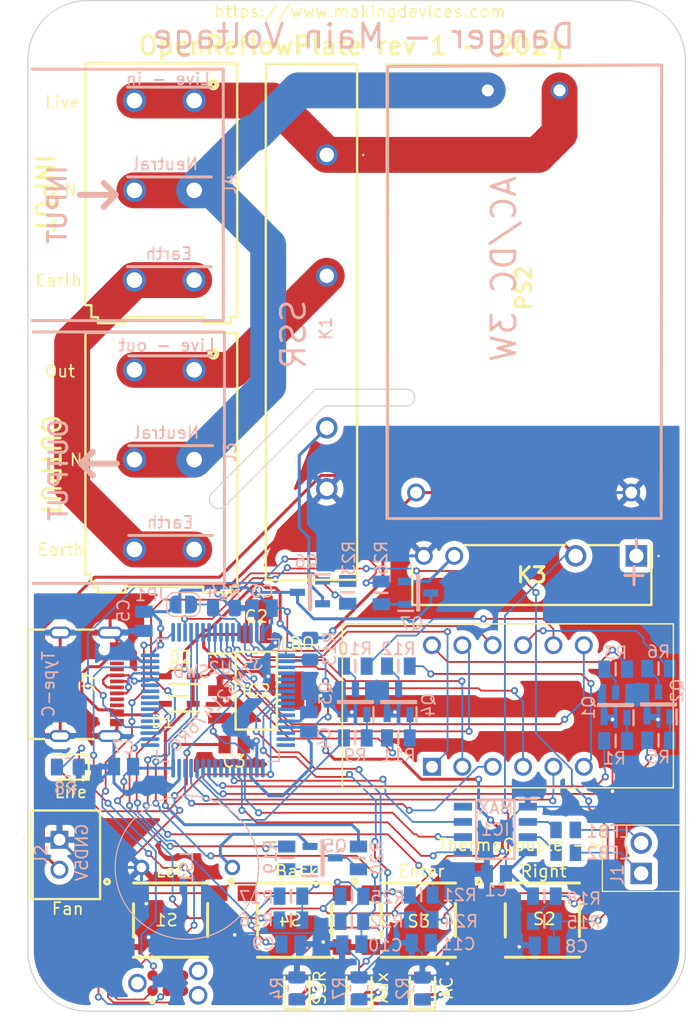
<source format=kicad_pcb>
(kicad_pcb (version 20240108) (generator "pcbnew") (generator_version "8.0")
  (layers (0 "F.Cu" signal) (31 "B.Cu" signal) (34 "B.Paste" user) (35 "F.Paste" user) (36 "B.SilkS" user "B.Silkscreen") (37 "F.SilkS" user "F.Silkscreen") (38 "B.Mask" user) (39 "F.Mask" user) (44 "Edge.Cuts" user))
  (net 0 "")
  (net 1 "GND")
  (net 2 "LED_LIFE")
  (net 3 "Net-(JP1-B)")
  (net 4 "+5V")
  (net 5 "USB_Vin+")
  (net 6 "AC_Vdcin+")
  (net 7 "Net-(IC1-T-)")
  (net 8 "Net-(IC1-T+)")
  (net 9 "+3V3")
  (net 10 "SPI_CLK")
  (net 11 "SPI1_NSS")
  (net 12 "SPI_MISO")
  (net 14 "BUT_RIGHT")
  (net 15 "BUT_LEFT")
  (net 16 "BUT_BACK")
  (net 17 "BUT_ENTER")
  (net 18 "Net-(R21-Pad2)")
  (net 19 "Net-(J1-Pad1)")
  (net 20 "AC_ground")
  (net 21 "Net-(J1-Pad2)")
  (net 22 "DC_Out2")
  (net 23 "Net-(K1-AC_LOAD_2)")
  (net 24 "Net-(LED1-Pad1)")
  (net 25 "LED_OUT1")
  (net 26 "Net-(LED2-Pad1)")
  (net 27 "Net-(LED3-Pad1)")
  (net 28 "LED_OUT2")
  (net 29 "Net-(LED4-Pad1)")
  (net 30 "AC_N")
  (net 31 "AC_L")
  (net 34 "USB_D-")
  (net 35 "USB_D+")
  (net 36 "SWDIO")
  (net 37 "SWCLK")
  (net 41 "reset")
  (net 42 "Activation_out1")
  (net 43 "Activation_out2")
  (net 44 "Net-(LS1-+)")
  (net 45 "Net-(Q1-Pad1)")
  (net 46 "Net-(Q1-Pad3)")
  (net 47 "Net-(Q2-Pad1)")
  (net 48 "Net-(Q2-Pad3)")
  (net 49 "Net-(Q3-Pad1)")
  (net 50 "Net-(Q3-Pad3)")
  (net 51 "Net-(Q4-Pad1)")
  (net 52 "Net-(Q4-Pad3)")
  (net 53 "Net-(Q5-Pad1)")
  (net 54 "Net-(Q5-Pad3)")
  (net 55 "Net-(Q6-Pad1)")
  (net 56 "Net-(Q7-Pad1)")
  (net 57 "C_1")
  (net 58 "CC_1")
  (net 59 "C_2")
  (net 60 "CC_2")
  (net 61 "C_3")
  (net 62 "CC_3")
  (net 63 "C_4")
  (net 64 "CC_4")
  (net 65 "Net-(U2-PC13)")
  (net 66 "C_buzzer")
  (net 67 "C_out1")
  (net 68 "C_out2")
  (net 69 "Net-(R15-Pad2)")
  (net 70 "Net-(R16-Pad1)")
  (net 71 "Net-(R22-Pad2)")
  (net 72 "D_e")
  (net 73 "D_d")
  (net 74 "D_dp")
  (net 75 "D_c")
  (net 76 "D_g")
  (net 77 "D_b")
  (net 78 "D_f")
  (net 79 "D_a")
  (footprint "User_3:HF49FD0121H11F" (layer "F.Cu") (at 140.2 90.34 180)
    (property "Reference" "K3")
    (property "Value" "HF49FD_012-1H11F" (hide yes))
  )
  (footprint "Display_7Segment:CA56-12EWA" (layer "F.Cu") (at 127.7482 102.8596 90)
    (property "Reference" "U1" (hide yes))
    (property "Value" "CC56-12EWA" (hide yes))
  )
  (footprint "User_3:HLK5M05" (layer "F.Cu") (at 133.77 51.45 -90)
    (property "Reference" "PS2")
    (property "Value" "HLK-5M05" (hide yes))
  )
  (footprint "User_lib:CAPC2012X140N" (layer "F.Cu") (at 108.4 96.9)
    (property "Reference" "C2")
    (property "Value" "100nF" (hide yes))
  )
  (footprint "User_lib:SOD2513X120N" (layer "F.Cu") (at 101.962 100.4 180)
    (property "Reference" "D2")
    (property "Value" "ZLLS410TA" (hide yes))
  )
  (footprint "User_lib:430182070816" (layer "F.Cu") (at 111.6 120.77)
    (property "Reference" "S4")
    (property "Value" "Back Button" (hide yes))
  )
  (footprint "User_lib:691411910003" (layer "F.Cu") (at 100.71 82.3 -90)
    (property "Reference" "J3")
    (property "Value" "Output_AC" (hide yes))
  )
  (footprint "User_lib:SSRC240D5R" (layer "F.Cu") (at 114.3 56.84 90)
    (property "Reference" "K1")
    (property "Value" "SSRC-240D5R" (hide yes))
  )
  (footprint "User_lib:LEDC2012X90N" (layer "F.Cu") (at 92.64 107.98 180)
    (property "Reference" "LED4" (hide yes))
    (property "Value" "SML-H12V8TT86" (hide yes))
  )
  (footprint "User_lib:SOT230P700X180-4N" (layer "F.Cu") (at 108.4 101.6)
    (property "Reference" "IC2")
    (property "Value" "TC1108-3.3VDBTR" (hide yes))
  )
  (footprint "User_lib:SOD2513X120N" (layer "F.Cu") (at 101.962 102.7 180)
    (property "Reference" "D1")
    (property "Value" "ZLLS410TA" (hide yes))
  )
  (footprint "User_lib:430182070816" (layer "F.Cu") (at 101.233334 120.77)
    (property "Reference" "S1")
    (property "Value" "Left Button" (hide yes))
  )
  (footprint "User_lib:B2BXHA" (layer "F.Cu") (at 91.94 114.06 -90)
    (property "Reference" "J2")
    (property "Value" "B2B-XH-A" (hide yes))
  )
  (footprint "User_lib:282834-2_1" (layer "F.Cu") (at 140.6 116.87 90)
    (property "Reference" "J1")
    (property "Value" "TC connector" (hide yes))
  )
  (footprint "User_lib:430182070816" (layer "F.Cu") (at 132.333334 120.77)
    (property "Reference" "S2")
    (property "Value" "Right Button" (hide yes))
  )
  (footprint "User_lib:LEDC2012X90N" (layer "F.Cu") (at 122.3 126.4825 90)
    (property "Reference" "LED1" (hide yes))
    (property "Value" "SML-H12V8TT86" (hide yes))
  )
  (footprint "User_lib:691411910003" (layer "F.Cu") (at 100.71 59.8 -90)
    (property "Reference" "J4")
    (property "Value" "Input_AC" (hide yes))
  )
  (footprint "usb-c:629722000214" (layer "F.Cu") (at 92 101.07 -90)
    (property "Reference" "J7")
    (property "Value" "629722000214")
    (property "VALUE" "629722000214" (hide yes))
  )
  (footprint "User_lib:LEDC2012X90N" (layer "F.Cu") (at 117 126.47 90)
    (property "Reference" "LED3" (hide yes))
    (property "Value" "SML-H12V8TT86" (hide yes))
  )
  (footprint "User_lib:430182070816" (layer "F.Cu") (at 121.966666 120.77)
    (property "Reference" "S3")
    (property "Value" "Enter Button" (hide yes))
  )
  (footprint "User_lib:TC2030-MCP-NL" (layer "F.Cu") (at 101 126.035)
    (property "Reference" "J6" (hide yes))
    (property "Value" "TC2030-MCP-NL" (hide yes))
  )
  (footprint "User_lib:LEDC2012X90N" (layer "F.Cu") (at 111.8 126.47 90)
    (property "Reference" "LED2" (hide yes))
    (property "Value" "SML-H12V8TT86" (hide yes))
  )
  (footprint "User_lib:CAPC2012X140N" (layer "F.Cu") (at 106.55 106.1)
    (property "Reference" "C3")
    (property "Value" "100nF" (hide yes))
  )
  (footprint "Resistor_SMD:R_0805_2012Metric" (layer "B.Cu") (at 105.7 94.7 180)
    (property "Reference" "R14")
    (property "Value" "10K" (hide yes))
  )
  (footprint "User_lib:RESC2012X65N" (layer "B.Cu") (at 116.6868 105.5504)
    (property "Reference" "R9")
    (property "Value" "4k7" (hide yes))
  )
  (footprint "User_lib:RESC2012X65N" (layer "B.Cu") (at 138.4618 99.8004)
    (property "Reference" "R3")
    (property "Value" "100" (hide yes))
  )
  (footprint "User_lib:SOT96P237X111-3N" (layer "B.Cu") (at 120.3068 102.5504 90)
    (property "Reference" "Q4")
    (property "Value" "SMMBT5551LT1G" (hide yes))
  )
  (footprint "User_lib:RESC2012X65N" (layer "B.Cu") (at 138.4618 105.8004)
    (property "Reference" "R1")
    (property "Value" "4k7" (hide yes))
  )
  (footprint "User_lib:CAPC2012X140N" (layer "B.Cu") (at 132.5 122.865 180)
    (property "Reference" "C8")
    (property "Value" "22pF" (hide yes))
  )
  (footprint "User_lib:TMB12A05" (layer "B.Cu") (at 106.4 116.37 -90)
    (property "Reference" "LS1")
    (property "Value" "TMB12A05" (hide yes))
  )
  (footprint "User_lib:CAPC2012X140N" (layer "B.Cu") (at 122.2 122.67 180)
    (property "Reference" "C11")
    (property "Value" "22pF" (hide yes))
  )
  (footprint "User_lib:RESC2012X65N" (layer "B.Cu") (at 120.2868 99.5504)
    (property "Reference" "R12")
    (property "Value" "100" (hide yes))
  )
  (footprint "User_lib:CAPC2012X140N" (layer "B.Cu") (at 112.8 104.2 -90)
    (property "Reference" "C4")
    (property "Value" "4u7" (hide yes))
  )
  (footprint "User_lib:RESC2012X65N" (layer "B.Cu") (at 120.2868 105.5504)
    (property "Reference" "R11")
    (property "Value" "4k7" (hide yes))
  )
  (footprint "User_lib:RESC2012X65N" (layer "B.Cu") (at 118.85 93.43 -90)
    (property "Reference" "R26")
    (property "Value" "4k7" (hide yes))
  )
  (footprint "User_lib:RESC2012X65N" (layer "B.Cu") (at 116.95 115.57 -90)
    (property "Reference" "R20")
    (property "Value" "220" (hide yes))
  )
  (footprint "User_lib:RESC2012X65N" (layer "B.Cu") (at 110.95 115.57 -90)
    (property "Reference" "R19")
    (property "Value" "4k7" (hide yes))
  )
  (footprint "User_lib:SOT96P237X111-3N" (layer "B.Cu") (at 142.0518 102.7504 90)
    (property "Reference" "Q2")
    (property "Value" "SMMBT5551LT1G" (hide yes))
  )
  (footprint "User_lib:RESC2012X65N" (layer "B.Cu") (at 122.2 120.725 180)
    (property "Reference" "R24")
    (property "Value" "10k" (hide yes))
  )
  (footprint "User_lib:SOT96P237X111-3N" (layer "B.Cu") (at 121.95 93.43)
    (property "Reference" "Q7")
    (property "Value" "SMMBT5551LT1G" (hide yes))
  )
  (footprint "Package_QFP:LQFP-64_10x10mm_P0.5mm" (layer "B.Cu") (at 105.2 102.4 180)
    (property "Reference" "U2")
    (property "Value" "STM32L476RGTx" (hide yes))
  )
  (footprint "User_lib:RESC2012X65N" (layer "B.Cu") (at 142.0518 99.7504)
    (property "Reference" "R6")
    (property "Value" "100" (hide yes))
  )
  (footprint "User_lib:RESC2012X65N" (layer "B.Cu") (at 142.0518 105.7504)
    (property "Reference" "R5")
    (property "Value" "4k7" (hide yes))
  )
  (footprint "User_lib:RESC2012X75N" (layer "B.Cu") (at 122.2 118.67 180)
    (property "Reference" "R21")
    (property "Value" "10K" (hide yes))
  )
  (footprint "Jumper:SolderJumper-2_P1.3mm_Open_RoundedPad1.0x1.5mm" (layer "B.Cu") (at 102.3 94.4)
    (property "Reference" "JP1")
    (property "Value" "SolderJumper_2_Open" (hide yes))
  )
  (footprint "Resistor_SMD:R_0805_2012Metric" (layer "B.Cu") (at 112.9 98.1 90)
    (property "Reference" "R13")
    (property "Value" "0" (hide yes))
  )
  (footprint "User_lib:RESC2012X65N" (layer "B.Cu") (at 116.4 118.775 180)
    (property "Reference" "R25")
    (property "Value" "10k" (hide yes))
  )
  (footprint "Resistor_SMD:R_0805_2012Metric" (layer "B.Cu") (at 117 126.47 -90)
    (property "Reference" "R7")
    (property "Value" "220" (hide yes))
  )
  (footprint "User_lib:CAPC2012X90N" (layer "B.Cu") (at 134.281188 113.235 180)
    (property "Reference" "LFB1")
    (property "Value" "Ferrite" (hide yes))
  )
  (footprint "User_lib:RESC2012X65N" (layer "B.Cu") (at 111.3 118.77 180)
    (property "Reference" "R17")
    (property "Value" "10K" (hide yes))
  )
  (footprint "User_lib:RESC2012X65N" (layer "B.Cu") (at 132.5 118.765 180)
    (property "Reference" "R18")
    (property "Value" "10k" (hide yes))
  )
  (footprint "User_lib:RESC2012X75N" (layer "B.Cu") (at 116.4 120.87 180)
    (property "Reference" "R22")
    (property "Value" "10k" (hide yes))
  )
  (footprint "User_lib:SOT96P237X111-3N" (layer "B.Cu") (at 138.4518 102.8004 90)
    (property "Reference" "Q1")
    (property "Value" "SMMBT5551LT1G" (hide yes))
  )
  (footprint "Resistor_SMD:R_0805_2012Metric" (layer "B.Cu") (at 111.8 126.47 -90)
    (property "Reference" "R4")
    (property "Value" "220" (hide yes))
  )
  (footprint "User_lib:SOIC127P600X175-8N" (layer "B.Cu") (at 128.4 113.2 180)
    (property "Reference" "IC1")
    (property "Value" "MAX31855KASA+" (hide yes))
  )
  (footprint "User_lib:CAPC2012X140N" (layer "B.Cu") (at 99 95.8 90)
    (property "Reference" "C5")
    (property "Value" "100nF" (hide yes))
  )
  (footprint "User_lib:CAPC2012X90N" (layer "B.Cu") (at 134.291188 115.135 180)
    (property "Reference" "LFB2")
    (property "Value" "Ferrite" (hide yes))
  )
  (footprint "Resistor_SMD:R_0805_2012Metric" (layer "B.Cu") (at 122.3 126.4825 -90)
    (property "Reference" "R2")
    (property "Value" "1k" (hide yes))
  )
  (footprint "User_lib:CAPC2012X140N" (layer "B.Cu") (at 111.3 122.77 180)
    (property "Reference" "C9")
    (property "Value" "22pF" (hide yes))
  )
  (footprint "User_lib:CAPC2012X140N" (layer "B.Cu") (at 128.49 116.9 180)
    (property "Reference" "C1")
    (property "Value" "100nF" (hide yes))
  )
  (footprint "User_lib:RESC2012X65N" (layer "B.Cu") (at 116.6868 99.5504)
    (property "Reference" "R10")
    (property "Value" "100" (hide yes))
  )
  (footprint "User_lib:RESC2012X65N" (layer "B.Cu") (at 116.05 93.385 90)
    (property "Reference" "R23")
    (property "Value" "4k7" (hide yes))
  )
  (footprint "User_lib:CAPC2012X140N" (layer "B.Cu") (at 116.4 122.775 180)
    (property "Reference" "C10")
    (property "Value" "22pF" (hide yes))
  )
  (footprint "User_lib:SOT96P237X111-3N" (layer "B.Cu") (at 113.95 115.57)
    (property "Reference" "Q5")
    (property "Value" "SMMBT5551LT1G" (hide yes))
  )
  (footprint "Resistor_SMD:R_0805_2012Metric" (layer "B.Cu") (at 92.64 107.98 180)
    (property "Reference" "R8")
    (property "Value" "220" (hide yes))
  )
  (footprint "User_lib:RESC2012X75N" (layer "B.Cu") (at 132.5 120.87 180)
    (property "Reference" "R15")
    (property "Value" "10k" (hide yes))
  )
  (footprint "User_lib:SOT96P237X111-3N" (layer "B.Cu") (at 116.6968 102.5504 90)
    (property "Reference" "Q3")
    (property "Value" "SMMBT5551LT1G" (hide yes))
  )
  (footprint "User_lib:CAPC2012X140N" (layer "B.Cu") (at 108.9 94.7)
    (property "Reference" "C6")
    (property "Value" "100nF" (hide yes))
  )
  (footprint "User_lib:CAPC2012X140N" (layer "B.Cu") (at 97.3 107.94)
    (property "Reference" "C7")
    (property "Value" "100nF" (hide yes))
  )
  (footprint "User_lib:SOT96P237X111-3N" (layer "B.Cu") (at 112.9 93.385 180)
    (property "Reference" "Q6")
    (property "Value" "SMMBT5551LT1G" (hide yes))
  )
  (footprint "User_lib:RESC2012X75N" (layer "B.Cu") (at 111.3 120.77 180)
    (property "Reference" "R16")
    (property "Value" "10k" (hide yes))
  )
  (gr_line (start 142.31 49.33) (end 119.39 49.45) (stroke (width 0.25)) (layer "B.SilkS"))
  (gr_line (start 97.64 58.68) (end 104.64 58.68) (stroke (width 0.25)) (layer "B.SilkS"))
  (gr_line (start 105.64 70.68) (end 105.64 49.68) (stroke (width 0.25)) (layer "B.SilkS"))
  (gr_line (start 97.74 81.13) (end 104.74 81.13) (stroke (width 0.25)) (layer "B.SilkS"))
  (gr_line (start 89.64 70.68) (end 104.64 70.68) (stroke (width 0.25)) (layer "B.SilkS"))
  (gr_line (start 97.74 73.63) (end 104.74 73.63) (stroke (width 0.25)) (layer "B.SilkS"))
  (gr_line (start 96.74 82.63) (end 93.74 82.63) (stroke (width 0.5)) (layer "B.SilkS"))
  (gr_line (start 104.64 70.68) (end 105.64 70.68) (stroke (width 0.25)) (layer "B.SilkS"))
  (gr_line (start 142.31 49.33) (end 142.27 87.21) (stroke (width 0.25)) (layer "B.SilkS"))
  (gr_line (start 97.74 88.63) (end 104.74 88.63) (stroke (width 0.25)) (layer "B.SilkS"))
  (gr_line (start 105.64 49.68) (end 89.64 49.68) (stroke (width 0.25)) (layer "B.SilkS"))
  (gr_line (start 93.74 82.63) (end 94.74 81.63) (stroke (width 0.5)) (layer "B.SilkS"))
  (gr_line (start 119.38 87.22) (end 119.39 49.45) (stroke (width 0.25)) (layer "B.SilkS"))
  (gr_line (start 142.27 87.21) (end 119.38 87.22) (stroke (width 0.25)) (layer "B.SilkS"))
  (gr_line (start 96.64 60.18) (end 95.64 59.18) (stroke (width 0.5)) (layer "B.SilkS"))
  (gr_line (start 97.64 66.18) (end 104.64 66.18) (stroke (width 0.25)) (layer "B.SilkS"))
  (gr_line (start 105.74 92.63) (end 105.74 71.63) (stroke (width 0.25)) (layer "B.SilkS"))
  (gr_line (start 105.74 71.63) (end 89.74 71.63) (stroke (width 0.25)) (layer "B.SilkS"))
  (gr_line (start 89.74 92.63) (end 105.74 92.63) (stroke (width 0.25)) (layer "B.SilkS"))
  (gr_line (start 96.64 60.18) (end 95.64 61.18) (stroke (width 0.5)) (layer "B.SilkS"))
  (gr_line (start 93.64 60.18) (end 96.64 60.18) (stroke (width 0.5)) (layer "B.SilkS"))
  (gr_line (start 97.64 51.18) (end 104.64 51.18) (stroke (width 0.25)) (layer "B.SilkS"))
  (gr_line (start 93.74 82.63) (end 94.74 83.63) (stroke (width 0.5)) (layer "B.SilkS"))
  (gr_arc (start 105.759999 86.21) (mid 104.660001 86.11) (end 104.760001 85.010002) (stroke (width 0.1)) (layer "Edge.Cuts"))
  (gr_line (start 114.16 77.81) (end 120.960076 77.816171) (stroke (width 0.1)) (layer "Edge.Cuts"))
  (gr_line (start 105.76 86.21) (end 114.16 77.81) (stroke (width 0.1)) (layer "Edge.Cuts"))
  (gr_line (start 94.3 43.95) (end 139.3 43.95) (stroke (width 0.1)) (layer "Edge.Cuts"))
  (gr_line (start 104.76 85.01) (end 113.35 76.42) (stroke (width 0.1)) (layer "Edge.Cuts"))
  (gr_arc (start 144.3 123.37) (mid 142.835534 126.905534) (end 139.3 128.37) (stroke (width 0.1)) (layer "Edge.Cuts"))
  (gr_line (start 89.3 123.37) (end 89.289991 48.95) (stroke (width 0.1)) (layer "Edge.Cuts"))
  (gr_arc (start 89.289991 48.95) (mid 90.757997 45.410926) (end 94.3 43.950001) (stroke (width 0.1)) (layer "Edge.Cuts"))
  (gr_arc (start 121.05 76.420001) (mid 121.651609 77.15973) (end 120.960076 77.816171) (stroke (width 0.1)) (layer "Edge.Cuts"))
  (gr_line (start 113.35 76.42) (end 121.05 76.42) (stroke (width 0.1)) (layer "Edge.Cuts"))
  (gr_line (start 139.3 128.37) (end 94.3 128.37) (stroke (width 0.1)) (layer "Edge.Cuts"))
  (gr_arc (start 139.3 43.95) (mid 142.835534 45.414466) (end 144.3 48.95) (stroke (width 0.1)) (layer "Edge.Cuts"))
  (gr_line (start 144.3 48.95) (end 144.3 123.37) (stroke (width 0.1)) (layer "Edge.Cuts"))
  (gr_arc (start 94.3 128.37) (mid 90.764466 126.905534) (end 89.3 123.37) (stroke (width 0.1)) (layer "Edge.Cuts"))
  (gr_text "OUTPUT" (at 92.74 78.73 90) (layer "B.SilkS") (effects (font (size 1.5 1.5) (thickness 0.25) (bold yes)) (justify left bottom mirror)))
  (gr_text "GND" (at 94.4 112.6 90) (layer "B.SilkS") (effects (font (size 1 1)) (justify left bottom mirror)))
  (gr_text "Neutral" (at 103.64 58.18 0) (layer "B.SilkS") (effects (font (size 1 1)) (justify left bottom mirror)))
  (gr_text "MAX" (at 130 112 0) (layer "B.SilkS") (effects (font (size 1 1)) (justify left bottom mirror)))
  (gr_text "SSR" (at 112.68 68.76 90) (layer "B.SilkS") (effects (font (size 2 2) (thickness 0.25)) (justify left bottom mirror)))
  (gr_text "SWD" (at 104.6 100.6 0) (layer "B.SilkS") (effects (font (size 1 1)) (justify left bottom mirror)))
  (gr_text "+" (at 141.4 93 0) (layer "B.SilkS") (effects (font (size 2 2) (thickness 0.25)) (justify left bottom mirror)))
  (gr_text "-" (at 141.2 88.3 90) (layer "B.SilkS") (effects (font (size 2 2) (thickness 0.25) (bold yes)) (justify left bottom mirror)))
  (gr_text "Danger - Main Voltage" (at 135.2 48.1 0) (layer "B.SilkS") (effects (font (size 2 2) (thickness 0.25)) (justify left bottom mirror)))
  (gr_text "Live - out\n" (at 105.04 73.33 0) (layer "B.SilkS") (effects (font (size 1 1)) (justify left bottom mirror)))
  (gr_text "Earth" (at 103.24 88.13 0) (layer "B.SilkS") (effects (font (size 1 1)) (justify left bottom mirror)))
  (gr_text "5V" (at 94.4 115.6 90) (layer "B.SilkS") (effects (font (size 1 1)) (justify left bottom mirror)))
  (gr_text "Neutral" (at 103.74 80.63 0) (layer "B.SilkS") (effects (font (size 1 1)) (justify left bottom mirror)))
  (gr_text "STM32L476RG" (at 109.2 99.4 45) (layer "B.SilkS") (effects (font (size 1 1)) (justify left bottom mirror)))
  (gr_text "Live - in\n" (at 104.64 51.08 0) (layer "B.SilkS") (effects (font (size 1 1)) (justify left bottom mirror)))
  (gr_text "INPUT" (at 92.64 57.58 90) (layer "B.SilkS") (effects (font (size 1.5 1.5) (thickness 0.25) (bold yes)) (justify left bottom mirror)))
  (gr_text "Earth" (at 103.14 65.68 0) (layer "B.SilkS") (effects (font (size 1 1)) (justify left bottom mirror)))
  (gr_text "Type-C" (at 91.6 98.2 90) (layer "B.SilkS") (effects (font (size 1 1)) (justify left bottom mirror)))
  (gr_text "AC/DC 3W" (at 130.29 58.45 90) (layer "B.SilkS") (effects (font (size 2 2) (thickness 0.25)) (justify left bottom mirror)))
  (gr_text "Earth" (at 90.01 90.4 0) (layer "F.SilkS") (effects (font (size 1 1)) (justify left bottom)))
  (gr_text "https://www.makingdevices.com" (at 104.8 45.45 0) (layer "F.SilkS") (effects (font (size 1 1)) (justify left bottom)))
  (gr_text "Back" (at 109.9 117.27 0) (layer "F.SilkS") (effects (font (size 1 1)) (justify left bottom)))
  (gr_text "INPUT" (at 89.8 56.64 -90) (layer "F.SilkS") (effects (font (size 1.5 1.5) (thickness 0.25) (bold yes)) (justify left bottom)))
  (gr_text "Fan" (at 91.2 120.4 0) (layer "F.SilkS") (effects (font (size 1 1)) (justify left bottom)))
  (gr_text "Out" (at 90.61 75.5 0) (layer "F.SilkS") (effects (font (size 1 1)) (justify left bottom)))
  (gr_text "ThermoCouple ->" (at 123.5 115.07 0) (layer "F.SilkS") (effects (font (size 1 1)) (justify left bottom)))
  (gr_text "AC" (at 124.9 127.446191 90) (layer "F.SilkS") (effects (font (size 1 1)) (justify left bottom)))
  (gr_text "N" (at 92.71 82.9 0) (layer "F.SilkS") (effects (font (size 1 1)) (justify left bottom)))
  (gr_text "Live" (at 90.63 53.02 0) (layer "F.SilkS") (effects (font (size 1 1)) (justify left bottom)))
  (gr_text "N" (at 92.23 60.34 0) (layer "F.SilkS") (effects (font (size 1 1)) (justify left bottom)))
  (gr_text "OpenReflowPlate rev 1 - 2024" (at 98.41 48.6 0) (layer "F.SilkS") (effects (font (size 1.5 1.5) (thickness 0.25) (bold yes)) (justify left bottom)))
  (gr_text "Life" (at 91.44 110.65 0) (layer "F.SilkS") (effects (font (size 1 1)) (justify left bottom)))
  (gr_text "Right" (at 130.4 117.27 0) (layer "F.SilkS") (effects (font (size 1 1)) (justify left bottom)))
  (gr_text "Enter" (at 120.2 117.27 0) (layer "F.SilkS") (effects (font (size 1 1)) (justify left bottom)))
  (gr_text "OUTPUT" (at 90.31 78.4 -90) (layer "F.SilkS") (effects (font (size 1.5 1.5) (thickness 0.25) (bold yes)) (justify left bottom)))
  (gr_text "Aux" (at 119.5 127.803334 90) (layer "F.SilkS") (effects (font (size 1 1)) (justify left bottom)))
  (gr_text "LDO" (at 110.31 98.24 0) (layer "F.SilkS") (effects (font (size 1 1)) (justify left bottom)))
  (gr_text "Left" (at 99.9 117.27 0) (layer "F.SilkS") (effects (font (size 1 1)) (justify left bottom)))
  (gr_text "Earth" (at 89.81 67.9 0) (layer "F.SilkS") (effects (font (size 1 1)) (justify left bottom)))
  (gr_text "SSR" (at 114.3 127.97 90) (layer "F.SilkS") (effects (font (size 1 1)) (justify left bottom)))
  (segment (start 125.941666 123.02) (end 125.78 123.02) (width 0.15) (layer "F.Cu") (net 1))
  (segment (start 96.6 94.4) (end 96.18 94.82) (width 0.25) (layer "F.Cu") (net 1))
  (segment (start 96.745 104.825) (end 96.18 105.39) (width 0.25) (layer "F.Cu") (net 1))
  (segment (start 109.9 97.6) (end 109.2 96.9) (width 0.25) (layer "F.Cu") (net 1))
  (segment (start 114.42 123.02) (end 115.575 123.02) (width 0.15) (layer "F.Cu") (net 1))
  (segment (start 98.58 123.02) (end 99.4 122.2) (width 0.15) (layer "F.Cu") (net 1))
  (segment (start 113.8 102) (end 113.2 102) (width 0.25) (layer "F.Cu") (net 1))
  (segment (start 96 124.278334) (end 97.258334 123.02) (width 0.15) (layer "F.Cu") (net 1))
  (segment (start 109 100.4) (end 108.6 100) (width 0.25) (layer "F.Cu") (net 1))
  (segment (start 109.4 100.4) (end 109 100.4) (width 0.25) (layer "F.Cu") (net 1))
  (segment (start 130.42 123.02) (end 130.4 123) (width 0.15) (layer "F.Cu") (net 1))
  (segment (start 113.2 102) (end 112.8 101.6) (width 0.25) (layer "F.Cu") (net 1))
  (segment (start 102.27 126.67) (end 101.29 127.65) (width 0.15) (layer "F.Cu") (net 1))
  (segment (start 125.941666 123.02) (end 128.358334 123.02) (width 0.15) (layer "F.Cu") (net 1))
  (segment (start 107.62 123.02) (end 106.6 122) (width 0.15) (layer "F.Cu") (net 1))
  (segment (start 99.4 122.2) (end 99.2 122) (width 0.25) (layer "F.Cu") (net 1))
  (segment (start 96 127.2) (end 96 124.278334) (width 0.15) (layer "F.Cu") (net 1))
  (segment (start 105.2 93.2) (end 105.6 92.8) (width 0.25) (layer "F.Cu") (net 1))
  (segment (start 101.29 127.65) (end 96.45 127.65) (width 0.15) (layer "F.Cu") (net 1))
  (segment (start 114 122.6) (end 114.42 123.02) (width 0.15) (layer "F.Cu") (net 1))
  (segment (start 105.2 93.525) (end 105.2 93.2) (width 0.25) (layer "F.Cu") (net 1))
  (segment (start 107.35 103.6) (end 105.35 101.6) (width 0.25) (layer "F.Cu") (net 1))
  (segment (start 97.8 92.8) (end 96.6 94) (width 0.25) (layer "F.Cu") (net 1))
  (segment (start 130.4 123) (end 130.38 123.02) (width 0.15) (layer "F.Cu") (net 1))
  (segment (start 108.6 100) (end 106.95 100) (width 0.25) (layer "F.Cu") (net 1))
  (segment (start 108.4 105.8) (end 107.65 105.8) (width 0.25) (layer "F.Cu") (net 1))
  (segment (start 111.45 101.6) (end 110.6 101.6) (width 0.25) (layer "F.Cu") (net 1))
  (segment (start 125.78 123.02) (end 124.4 124.4) (width 0.15) (layer "F.Cu") (net 1))
  (segment (start 110 97.6) (end 109.9 97.6) (width 0.25) (layer "F.Cu") (net 1))
  (segment (start 107.65 105.8) (end 107.35 106.1) (width 0.25) (layer "F.Cu") (net 1))
  (segment (start 105.58 123.02) (end 106.6 122) (width 0.15) (layer "F.Cu") (net 1))
  (segment (start 138.2 110) (end 138.2 104) (width 0.15) (layer "F.Cu") (net 1))
  (segment (start 106.24 92.8) (end 105.6 92.8) (width 0.25) (layer "F.Cu") (net 1))
  (segment (start 106.95 100) (end 105.35 101.6) (width 0.25) (layer "F.Cu") (net 1))
  (segment (start 130.38 123.02) (end 128.358334 123.02) (width 0.15) (layer "F.Cu") (net 1))
  (segment (start 116.4 103.4) (end 120 103.4) (width 0.15) (layer "F.Cu") (net 1))
  (segment (start 105.208334 123.02) (end 105.58 123.02) (width 0.15) (layer "F.Cu") (net 1))
  (segment (start 142 104) (end 138.2 104) (width 0.15) (layer "F.Cu") (net 1))
  (segment (start 96.45 127.65) (end 96 127.2) (width 0.15) (layer "F.Cu") (net 1))
  (segment (start 96.18 94.82) (end 96.18 96.75) (width 0.25) (layer "F.Cu") (net 1))
  (segment (start 92 105.39) (end 96.18 105.39) (width 0.25) (layer "F.Cu") (net 1))
  (segment (start 92 96.75) (end 96.18 96.75) (width 0.25) (layer "F.Cu") (net 1))
  (segment (start 110.6 101.6) (end 109.4 100.4) (width 0.25) (layer "F.Cu") (net 1))
  (segment (start 136.308334 123.02) (end 130.42 123.02) (width 0.15) (layer "F.Cu") (net 1))
  (segment (start 97.258334 123.02) (end 98.58 123.02) (width 0.15) (layer "F.Cu") (net 1))
  (segment (start 96.745 104.42) (end 96.745 104.825) (width 0.25) (layer "F.Cu") (net 1))
  (segment (start 96.745 97.72) (end 96.745 97.315) (width 0.25) (layer "F.Cu") (net 1))
  (segment (start 114.3 84.74) (end 106.24 92.8) (width 0.25) (layer "F.Cu") (net 1))
  (segment (start 96.745 97.315) (end 96.18 96.75) (width 0.25) (layer "F.Cu") (net 1))
  (segment (start 96.6 94) (end 96.6 94.4) (width 0.25) (layer "F.Cu") (net 1))
  (segment (start 107.35 106.1) (end 107.35 103.6) (width 0.25) (layer "F.Cu") (net 1))
  (segment (start 112.8 101.6) (end 111.45 101.6) (width 0.25) (layer "F.Cu") (net 1))
  (segment (start 105.6 92.8) (end 97.8 92.8) (width 0.25) (layer "F.Cu") (net 1))
  (segment (start 99.2 122) (end 99.2 119.4) (width 0.25) (layer "F.Cu") (net 1))
  (segment (start 92 96.75) (end 92 105.39) (width 0.25) (layer "F.Cu") (net 1))
  (segment (start 107.625 123.02) (end 107.62 123.02) (width 0.15) (layer "F.Cu") (net 1))
  (segment (start 117.991666 123.02) (end 115.575 123.02) (width 0.15) (layer "F.Cu") (net 1))
  (via (at 110 97.6) (size 0.6) (drill 0.3) (layers "F.Cu" "B.Cu") (net 1))
  (via (at 106.6 122) (size 0.6) (drill 0.3) (layers "F.Cu" "B.Cu") (net 1))
  (via (at 109.4 100.4) (size 0.6) (drill 0.3) (layers "F.Cu" "B.Cu") (net 1))
  (via (at 113.8 102) (size 0.6) (drill 0.3) (layers "F.Cu" "B.Cu") (net 1))
  (via (at 99.2 119.4) (size 0.6) (drill 0.3) (layers "F.Cu" "B.Cu") (net 1))
  (via (at 116.4 103.4) (size 0.6) (drill 0.3) (layers "F.Cu" "B.Cu") (net 1))
  (via (at 124.4 124.4) (size 0.6) (drill 0.3) (layers "F.Cu" "B.Cu") (net 1))
  (via (at 130.4 123) (size 0.6) (drill 0.3) (layers "F.Cu" "B.Cu") (net 1))
  (via (at 138.2 104) (size 0.6) (drill 0.3) (layers "F.Cu" "B.Cu") (net 1))
  (via (at 108.4 105.8) (size 0.6) (drill 0.3) (layers "F.Cu" "B.Cu") (net 1))
  (via (at 120 103.4) (size 0.6) (drill 0.3) (layers "F.Cu" "B.Cu") (net 1))
  (via (at 99.4 122.2) (size 0.6) (drill 0.3) (layers "F.Cu" "B.Cu") (net 1))
  (via (at 142 104) (size 0.6) (drill 0.3) (layers "F.Cu" "B.Cu") (net 1))
  (via (at 105.2 93.525) (size 0.6) (drill 0.3) (layers "F.Cu" "B.Cu") (net 1))
  (via (at 138.2 110) (size 0.6) (drill 0.3) (layers "F.Cu" "B.Cu") (net 1))
  (via (at 114 122.6) (size 0.6) (drill 0.3) (layers "F.Cu" "B.Cu") (net 1))
  (segment (start 116.1996 103.6004) (end 116.4 103.4) (width 0.15) (layer "B.Cu") (net 1))
  (segment (start 96.5 105.71) (end 96.18 105.39) (width 0.25) (layer "B.Cu") (net 1))
  (segment (start 99.2 118.8) (end 98.8 118.4) (width 0.25) (layer "B.Cu") (net 1))
  (segment (start 108.45 96.725) (end 108.45 97.45) (width 0.25) (layer "B.Cu") (net 1))
  (segment (start 91.94 114.06) (end 91.94 112.5) (width 0.25) (layer "B.Cu") (net 1))
  (segment (start 124.4 124.4) (end 123.23 125.57) (width 0.15) (layer "B.Cu") (net 1))
  (segment (start 124.8 87.96) (end 124.8 87.4) (width 0.25) (layer "B.Cu") (net 1))
  (segment (start 121.4 122.67) (end 119.8875 122.67) (width 0.15) (layer "B.Cu") (net 1))
  (segment (start 99 96.6) (end 96.33 96.6) (width 0.25) (layer "B.Cu") (net 1))
  (segment (start 122.42 90.34) (end 119.9 90.34) (width 0.25) (layer "B.Cu") (net 1))
  (segment (start 96.5 109.3) (end 96.5 107.94) (width 0.25) (layer "B.Cu") (net 1))
  (segment (start 113.83 122.77) (end 114 122.6) (width 0.15) (layer "B.Cu") (net 1))
  (segment (start 108.45 95.05) (end 108.1 94.7) (width 0.25) (layer "B.Cu") (net 1))
  (segment (start 112.05 104.15) (end 112.8 103.4) (width 0.25) (layer "B.Cu") (net 1))
  (segment (start 127.69 120.29) (end 130.4 123) (width 0.15) (layer "B.Cu") (net 1))
  (segment (start 108.45 105.85) (end 108.4 105.8) (width 0.25) (layer "B.Cu") (net 1))
  (segment (start 100.2 122) (end 106.6 122) (width 0.15) (layer "B.Cu") (net 1))
  (segment (start 95.34 107.94) (end 95.3 107.98) (width 0.25) (layer "B.Cu") (net 1))
  (segment (start 94.25 116.37) (end 91.94 114.06) (width 0.25) (layer "B.Cu") (net 1))
  (segment (start 109.4 100.4) (end 109.4 98.2) (width 0.25) (layer "B.Cu") (net 1))
  (segment (start 106.375 94.7) (end 105.2 93.525) (width 0.25) (layer "B.Cu") (net 1))
  (segment (start 127.69 114.2795) (end 130.6745 111.295) (width 0.15) (layer "B.Cu") (net 1))
  (segment (start 115.7418 103.6004) (end 115.4004 103.6004) (width 0.25) (layer "B.Cu") (net 1))
  (segment (start 108.45 108.075) (end 108.45 105.85) (width 0.25) (layer "B.Cu") (net 1))
  (segment (start 119.9 90.34) (end 114.3 84.74) (width 0.25) (layer "B.Cu") (net 1))
  (segment (start 108.45 97.45) (end 109.2 98.2) (width 0.25) (layer "B.Cu") (net 1))
  (segment (start 106.74 121.86) (end 113.26 121.86) (width 0.15) (layer "B.Cu") (net 1))
  (segment (start 113.26 121.86) (end 114 122.6) (width 0.15) (layer "B.Cu") (net 1))
  (segment (start 106.6125 94.7) (end 108.1 94.7) (width 0.25) (layer "B.Cu") (net 1))
  (segment (start 99.4 122.2) (end 100 122.2) (width 0.15) (layer "B.Cu") (net 1))
  (segment (start 95.3 107.98) (end 93.5525 107.98) (width 0.25) (layer "B.Cu") (net 1))
  (segment (start 119.7996 103.6004) (end 120 103.4) (width 0.15) (layer "B.Cu") (net 1))
  (segment (start 123.23 125.57) (end 122.3 125.57) (width 0.15) (layer "B.Cu") (net 1))
  (segment (start 111.8 125.5575) (end 111.8 123.07) (width 0.15) (layer "B.Cu") (net 1))
  (segment (start 138.2 104) (end 137.6464 104) (width 0.15) (layer "B.Cu") (net 1))
  (segment (start 109.4 98.2) (end 110 97.6) (width 0.25) (layer "B.Cu") (net 1))
  (segment (start 117 125.5575) (end 117 124.175) (width 0.15) (layer "B.Cu") (net 1))
  (segment (start 119.8875 122.67) (end 117 125.5575) (width 0.15) (layer "B.Cu") (net 1))
  (segment (start 106.6 122) (end 106.74 121.86) (width 0.15) (layer "B.Cu") (net 1))
  (segment (start 99.2 119.4) (end 99.2 118.8) (width 0.25) (layer "B.Cu") (net 1))
  (segment (start 115.4004 103.6004) (end 113.8 102) (width 0.25) (layer "B.Cu") (net 1))
  (segment (start 115.7418 103.6004) (end 116.1996 103.6004) (width 0.15) (layer "B.Cu") (net 1))
  (segment (start 98.8 116.37) (end 94.25 116.37) (width 0.25) (layer "B.Cu") (net 1))
  (segment (start 119.3518 103.6004) (end 119.7996 103.6004) (width 0.15) (layer "B.Cu") (net 1))
  (segment (start 115.6 122.775) (end 114.175 122.775) (width 0.15) (layer "B.Cu") (net 1))
  (segment (start 108.45 96.725) (end 108.45 95.05) (width 0.25) (layer "B.Cu") (net 1))
  (segment (start 122.42 90.34) (end 124.8 87.96) (width 0.25) (layer "B.Cu") (net 1))
  (segment (start 101 110) (end 97.2 110) (width 0.25) (layer "B.Cu") (net 1))
  (segment (start 101.95 108.075) (end 101.95 109.05) (width 0.25) (layer "B.Cu") (net 1))
  (segment (start 106.6125 94.7) (end 106.375 94.7) (width 0.25) (layer "B.Cu") (net 1))
  (segment (start 130.6745 111.295) (end 131.112 111.295) (width 0.15) (layer "B.Cu") (net 1))
  (segment (start 127.69 116.9) (end 127.69 114.2795) (width 0.15) (layer "B.Cu") (net 1))
  (segment (start 96.350001 96.75) (end 96.18 96.75) (width 0.25) (layer "B.Cu") (net 1))
  (segment (start 122.3 123.57) (end 121.4 122.67) (width 0.15) (layer "B.Cu") (net 1))
  (segment (start 101.95 109.05) (end 101 110) (width 0.25) (layer "B.Cu") (net 1))
  (segment (start 111.8 123.07) (end 112.1 122.77) (width 0.15) (layer "B.Cu") (net 1))
  (segment (start 96.33 96.6) (end 96.18 96.75) (width 0.25) (layer "B.Cu") (net 1))
  (segment (start 110.875 104.15) (end 112.05 104.15) (width 0.25) (layer "B.Cu") (net 1))
  (segment (start 141.8004 103.8004) (end 142 104) (width 0.15) (layer "B.Cu") (net 1))
  (segment (start 91.94 112.5) (end 96.5 107.94) (width 0.25) (layer "B.Cu") (net 1))
  (segment (start 137.6464 104) (end 137.4968 103.8504) (width 0.15) (layer "B.Cu") (net 1))
  (segment (start 112.8 103) (end 113.8 102) (width 0.25) (layer "B.Cu") (net 1))
  (segment (start 131.7 122.865) (end 130.535 122.865) (width 0.15) (layer "B.Cu") (net 1))
  (segment (start 112.8 103.4) (end 112.8 103) (width 0.25) (layer "B.Cu") (net 1))
  (segment (start 109.2 98.2) (end 109.4 98.2) (width 0.25) (layer "B.Cu") (net 1))
  (segment (start 130.535 122.865) (end 130.4 123) (width 0.15) (layer "B.Cu") (net 1))
  (segment (start 96.5 107.94) (end 95.34 107.94) (width 0.25) (layer "B.Cu") (net 1))
  (segment (start 136.905 111.295) (end 138.2 110) (width 0.15) (layer "B.Cu") (net 1))
  (segment (start 114.175 122.775) (end 114 122.6) (width 0.15) (layer "B.Cu") (net 1))
  (segment (start 97.2 110) (end 96.5 109.3) (width 0.25) (layer "B.Cu") (net 1))
  (segment (start 117 124.175) (end 115.6 122.775) (width 0.15) (layer "B.Cu") (net 1))
  (segment (start 141.0968 103.8004) (end 141.8004 103.8004) (width 0.15) (layer "B.Cu") (net 1))
  (segment (start 98.750001 99.15) (end 96.350001 96.75) (width 0.25) (layer "B.Cu") (net 1))
  (segment (start 112.1 122.77) (end 113.83 122.77) (width 0.15) (layer "B.Cu") (net 1))
  (segment (start 122.3 125.57) (end 122.3 123.57) (width 0.15) (layer "B.Cu") (net 1))
  (segment (start 98.8 118.4) (end 98.8 116.37) (width 0.25) (layer "B.Cu") (net 1))
  (segment (start 131.112 111.295) (end 136.905 111.295) (width 0.15) (layer "B.Cu") (net 1))
  (segment (start 124.8 87.4) (end 127.15 85.05) (width 0.25) (layer "B.Cu") (net 1))
  (segment (start 99.525 99.15) (end 98.750001 99.15) (width 0.25) (layer "B.Cu") (net 1))
  (segment (start 96.5 107.94) (end 96.5 105.71) (width 0.25) (layer "B.Cu") (net 1))
  (segment (start 127.15 85.05) (end 139.77 85.05) (width 0.25) (layer "B.Cu") (net 1))
  (segment (start 100 122.2) (end 100.2 122) (width 0.15) (layer "B.Cu") (net 1))
  (segment (start 127.69 116.9) (end 127.69 120.29) (width 0.15) (layer "B.Cu") (net 1))
  (segment (start 101.4 111.271752) (end 100.996752 111.675) (width 0.15) (layer "F.Cu") (net 2))
  (segment (start 101.4 111.2) (end 101.4 111.271752) (width 0.15) (layer "F.Cu") (net 2))
  (segment (start 109.6 108.6) (end 104 108.6) (width 0.15) (layer "F.Cu") (net 2))
  (segment (start 95.385 111.675) (end 91.69 107.98) (width 0.15) (layer "F.Cu") (net 2))
  (segment (start 104 108.6) (end 101.4 111.2) (width 0.15) (layer "F.Cu") (net 2))
  (segment (start 100.996752 111.675) (end 95.385 111.675) (width 0.15) (layer "F.Cu") (net 2))
  (via (at 109.6 108.6) (size 0.6) (drill 0.3) (layers "F.Cu" "B.Cu") (net 2))
  (segment (start 109.6 103.6) (end 109.6 108.6) (width 0.15) (layer "B.Cu") (net 2))
  (segment (start 110.875 103.15) (end 110.05 103.15) (width 0.15) (layer "B.Cu") (net 2))
  (segment (start 110.05 103.15) (end 109.6 103.6) (width 0.15) (layer "B.Cu") (net 2))
  (segment (start 105.6875 95.6) (end 104.7875 94.7) (width 0.15) (layer "B.Cu") (net 3))
  (segment (start 102.95 94.4) (end 104.4875 94.4) (width 0.15) (layer "B.Cu") (net 3))
  (segment (start 106.95 96.725) (end 106.95 95.950001) (width 0.15) (layer "B.Cu") (net 3))
  (segment (start 104.4875 94.4) (end 104.7875 94.7) (width 0.15) (layer "B.Cu") (net 3))
  (segment (start 106.95 95.950001) (end 106.599999 95.6) (width 0.15) (layer "B.Cu") (net 3))
  (segment (start 106.599999 95.6) (end 105.6875 95.6) (width 0.15) (layer "B.Cu") (net 3))
  (segment (start 104 98) (end 104 97.2) (width 0.25) (layer "F.Cu") (net 4))
  (segment (start 107.6 94.2) (end 107.6 96.9) (width 0.25) (layer "F.Cu") (net 4))
  (segment (start 108.6 93.2) (end 107.6 94.2) (width 0.25) (layer "F.Cu") (net 4))
  (segment (start 104.3 96.9) (end 107.6 96.9) (width 0.25) (layer "F.Cu") (net 4))
  (segment (start 105.35 99.3) (end 104.25 100.4) (width 0.25) (layer "F.Cu") (net 4))
  (segment (start 107.6 96.9) (end 107.6 97.05) (width 0.15) (layer "F.Cu") (net 4))
  (segment (start 105.35 99.3) (end 104.05 98) (width 0.25) (layer "F.Cu") (net 4))
  (segment (start 100.8 105.024) (end 103.124 102.7) (width 0.25) (layer "F.Cu") (net 4))
  (segment (start 104 97.2) (end 104.3 96.9) (width 0.25) (layer "F.Cu") (net 4))
  (segment (start 104.05 98) (end 104 98) (width 0.25) (layer "F.Cu") (net 4))
  (segment (start 104.25 100.4) (end 103.124 100.4) (width 0.25) (layer "F.Cu") (net 4))
  (segment (start 103.124 100.4) (end 103.124 102.7) (width 0.25) (layer "F.Cu") (net 4))
  (segment (start 100.8 111.2) (end 100.8 105.024) (width 0.25) (layer "F.Cu") (net 4))
  (via (at 108.6 93.2) (size 0.6) (drill 0.3) (layers "F.Cu" "B.Cu") (net 4))
  (via (at 100.8 111.2) (size 0.6) (drill 0.3) (layers "F.Cu" "B.Cu") (net 4))
  (segment (start 111.85 93.385) (end 108.785 93.385) (width 0.25) (layer "B.Cu") (net 4))
  (segment (start 102.4 112.8) (end 100.8 111.2) (width 0.25) (layer "B.Cu") (net 4))
  (segment (start 121.2 95.8) (end 121 95.6) (width 0.25) (layer "B.Cu") (net 4))
  (segment (start 116.95 113.35) (end 116.4 112.8) (width 0.25) (layer "B.Cu") (net 4))
  (segment (start 111.85 94.25) (end 111.85 93.385) (width 0.25) (layer "B.Cu") (net 4))
  (segment (start 116.4 112.8) (end 102.4 112.8) (width 0.25) (layer "B.Cu") (net 4))
  (segment (start 108.785 93.385) (end 108.6 93.2) (width 0.25) (layer "B.Cu") (net 4))
  (segment (start 121 95.6) (end 113.2 95.6) (width 0.25) (layer "B.Cu") (net 4))
  (segment (start 123 93.43) (end 123 94.4) (width 0.25) (layer "B.Cu") (net 4))
  (segment (start 116.95 114.62) (end 116.95 113.35) (width 0.25) (layer "B.Cu") (net 4))
  (segment (start 113.2 95.6) (end 111.85 94.25) (width 0.25) (layer "B.Cu") (net 4))
  (segment (start 123 94.4) (end 121.6 95.8) (width 0.25) (layer "B.Cu") (net 4))
  (segment (start 121.6 95.8) (end 121.2 95.8) (width 0.25) (layer "B.Cu") (net 4))
  (segment (start 95.2 103.2) (end 96.325 103.2) (width 0.25) (layer "F.Cu") (net 5))
  (segment (start 93.8 100.2) (end 93.8 101.8) (width 0.25) (layer "F.Cu") (net 5))
  (segment (start 93.8 101.8) (end 95.2 103.2) (width 0.25) (layer "F.Cu") (net 5))
  (segment (start 100.8 102.7) (end 100.7 102.7) (width 0.25) (layer "F.Cu") (net 5))
  (segment (start 99.4 103.6) (end 99.38 103.62) (width 0.25) (layer "F.Cu") (net 5))
  (segment (start 95.29 99.6) (end 94.4 99.6) (width 0.25) (layer "F.Cu") (net 5))
  (segment (start 99.8 103.6) (end 99.4 103.6) (width 0.25) (layer "F.Cu") (net 5))
  (segment (start 94.4 99.6) (end 93.8 100.2) (width 0.25) (layer "F.Cu") (net 5))
  (segment (start 96.37 98.52) (end 95.29 99.6) (width 0.25) (layer "F.Cu") (net 5))
  (segment (start 100.7 102.7) (end 99.8 103.6) (width 0.25) (layer "F.Cu") (net 5))
  (segment (start 99.38 103.62) (end 96.745 103.62) (width 0.25) (layer "F.Cu") (net 5))
  (segment (start 96.745 98.52) (end 96.37 98.52) (width 0.25) (layer "F.Cu") (net 5))
  (segment (start 96.325 103.2) (end 96.745 103.62) (width 0.25) (layer "F.Cu") (net 5))
  (segment (start 121.77 85.05) (end 129.83 85.05) (width 0.25) (layer "F.Cu") (net 6))
  (segment (start 108.325 92.675) (end 108.875 92.675) (width 0.25) (layer "F.Cu") (net 6))
  (segment (start 109.2 93) (end 110 93) (width 0.25) (layer "F.Cu") (net 6))
  (segment (start 122.3 124.886666) (end 126.891666 120.295) (width 0.15) (layer "F.Cu") (net 6))
  (segment (start 110.4 93.4) (end 110.4 96) (width 0.25) (layer "F.Cu") (net 6))
  (segment (start 129.475 111.875) (end 129.2 111.6) (width 0.15) (layer "F.Cu") (net 6))
  (segment (start 104.155025 96.55) (end 104.45 96.55) (width 0.25) (layer "F.Cu") (net 6))
  (segment (start 122.3 125.5325) (end 122.3 124.886666) (width 0.15) (layer "F.Cu") (net 6))
  (segment (start 129.83 85.05) (end 135.12 90.34) (width 0.25) (layer "F.Cu") (net 6))
  (segment (start 119 86.8) (end 119.8 86) (width 0.25) (layer "F.Cu") (net 6))
  (segment (start 108.875 92.675) (end 109.2 93) (width 0.25) (layer "F.Cu") (net 6))
  (segment (start 110 93) (end 110.4 93.4) (width 0.25) (layer "F.Cu") (net 6))
  (segment (start 119 92.4) (end 119 86.8) (width 0.25) (layer "F.Cu") (net 6))
  (segment (start 102.398395 99.796988) (end 101.403012 99.796988) (width 0.25) (layer "F.Cu") (net 6))
  (segment (start 119.8 86) (end 120.82 86) (width 0.25) (layer "F.Cu") (net 6))
  (segment (start 126.891666 120.295) (end 126.891666 117.780086) (width 0.15) (layer "F.Cu") (net 6))
  (segment (start 104.45 96.55) (end 108.325 92.675) (width 0.25) (layer "F.Cu") (net 6))
  (segment (start 101.403012 99.796988) (end 100.8 100.4) (width 0.25) (layer "F.Cu") (net 6))
  (segment (start 120.82 86) (end 121.77 85.05) (width 0.25) (layer "F.Cu") (net 6))
  (segment (start 102.398395 99.796988) (end 102.398395 98.30663) (width 0.25) (layer "F.Cu") (net 6))
  (segment (start 102.398395 98.30663) (end 104.155025 96.55) (width 0.25) (layer "F.Cu") (net 6))
  (segment (start 114.8 96.6) (end 119 92.4) (width 0.25) (layer "F.Cu") (net 6))
  (segment (start 129.475 115.196752) (end 129.475 111.875) (width 0.15) (layer "F.Cu") (net 6))
  (segment (start 126.891666 117.780086) (end 129.475 115.196752) (width 0.15) (layer "F.Cu") (net 6))
  (via (at 129.2 111.6) (size 0.6) (drill 0.3) (layers "F.Cu" "B.Cu") (net 6))
  (via (at 114.8 96.6) (size 0.6) (drill 0.3) (layers "F.Cu" "B.Cu") (net 6))
  (via (at 102.398395 99.796988) (size 0.6) (drill 0.3) (layers "F.Cu" "B.Cu") (net 6))
  (via (at 110.4 96) (size 0.6) (drill 0.3) (layers "F.Cu" "B.Cu") (net 6))
  (segment (start 112.9 97.1875) (end 114.2125 97.1875) (width 0.25) (layer "B.Cu") (net 6))
  (segment (start 112.9 97.1875) (end 111.5875 97.1875) (width 0.25) (layer "B.Cu") (net 6))
  (segment (start 111.5875 97.1875) (end 110.4 96) (width 0.25) (layer "B.Cu") (net 6))
  (segment (start 134.188248 90.34) (end 135.12 90.34) (width 0.15) (layer "B.Cu") (net 6))
  (segment (start 129.2 95.328248) (end 134.188248 90.34) (width 0.15) (layer "B.Cu") (net 6))
  (segment (start 114.2125 97.1875) (end 114.8 96.6) (width 0.25) (layer "B.Cu") (net 6))
  (segment (start 129.2 111.6) (end 129.2 95.328248) (width 0.15) (layer "B.Cu") (net 6))
  (segment (start 131.112 112.565) (end 132.801188 112.565) (width 0.15) (layer "B.Cu") (net 7))
  (segment (start 132.801188 112.565) (end 133.471188 113.235) (width 0.15) (layer "B.Cu") (net 7))
  (segment (start 131.112 113.835) (end 132.181188 113.835) (width 0.15) (layer "B.Cu") (net 8))
  (segment (start 132.181188 113.835) (end 133.481188 115.135) (width 0.15) (layer "B.Cu") (net 8))
  (segment (start 104.8 104.45) (end 105.35 103.9) (width 0.15) (layer "F.Cu") (net 9))
  (segment (start 104.8 105) (end 104.8 105.15) (width 0.15) (layer "F.Cu") (net 9))
  (segment (start 129 113.4) (end 128 112.4) (width 0.25) (layer "F.Cu") (net 9))
  (segment (start 97.325 110.275) (end 97.325 109.2) (width 0.15) (layer "F.Cu") (net 9))
  (segment (start 129 115) (end 129 113.4) (width 0.25) (layer "F.Cu") (net 9))
  (segment (start 120 120.2) (end 114.4 120.2) (width 0.15) (layer "F.Cu") (net 9))
  (segment (start 114 119.8) (end 109.6 119.8) (width 0.15) (layer "F.Cu") (net 9))
  (segment (start 114.2 106.6) (end 114.925 107.325) (width 0.25) (layer "F.Cu") (net 9))
  (segment (start 96.8 110.8) (end 97.325 110.275) (width 0.15) (layer "F.Cu") (net 9))
  (segment (start 97.8 124.6) (end 96.4 126) (width 0.15) (layer "F.Cu") (net 9))
  (segment (start 96.4 127) (end 96.8 127.4) (width 0.15) (layer "F.Cu") (net 9))
  (segment (start 102.8 120.6) (end 102.6 120.6) (width 0.15) (layer "F.Cu") (net 9))
  (segment (start 101.7 106.1) (end 101.6 106.2) (width 0.25) (layer "F.Cu") (net 9))
  (segment (start 114.925 107.325) (end 120.515 107.325) (width 0.25) (layer "F.Cu") (net 9))
  (segment (start 120.515 107.325) (end 122.19 109) (width 0.25) (layer "F.Cu") (net 9))
  (segment (start 120.6 119.2) (end 120 119.8) (width 0.15) (layer "F.Cu") (net 9))
  (segment (start 104.8 105) (end 104.8 104.45) (width 0.15) (layer "F.Cu") (net 9))
  (segment (start 100.4 96.4) (end 100.4 97.775) (width 0.25) (layer "F.Cu") (net 9))
  (segment (start 109.6 119.8) (end 108.8 120.6) (width 0.15) (layer "F.Cu") (net 9))
  (segment (start 102.8 120.6) (end 101.4 119.2) (width 0.15) (layer "F.Cu") (net 9))
  (segment (start 124.4 115.4) (end 120.6 119.2) (width 0.15) (layer "F.Cu") (net 9))
  (segment (start 111.2 97.8) (end 111 97.6) (width 0.15) (layer "F.Cu") (net 9))
  (segment (start 111 97.6) (end 111 95) (width 0.15) (layer "F.Cu") (net 9))
  (segment (start 108.8 120.6) (end 102.8 120.6) (width 0.15) (layer "F.Cu") (net 9))
  (segment (start 120 119.8) (end 120 120.2) (width 0.15) (layer "F.Cu") (net 9))
  (segment (start 114.4 120.2) (end 114 119.8) (width 0.15) (layer "F.Cu") (net 9))
  (segment (start 99 127.4) (end 99.73 126.67) (width 0.15) (layer "F.Cu") (net 9))
  (segment (start 122.19 109) (end 127 109) (width 0.25) (layer "F.Cu") (net 9))
  (segment (start 98.6 124.6) (end 97.8 124.6) (width 0.15) (layer "F.Cu") (net 9))
  (segment (start 105.75 106.1) (end 101.7 106.1) (width 0.25) (layer "F.Cu") (net 9))
  (segment (start 114.4 103.8) (end 114.4 101) (width 0.15) (layer "F.Cu") (net 9))
  (segment (start 96.4 126) (end 96.4 127) (width 0.15) (layer "F.Cu") (net 9))
  (segment (start 129 115) (end 128.6 115.4) (width 0.15) (layer "F.Cu") (net 9))
  (segment (start 128.6 115.4) (end 124.4 115.4) (width 0.15) (layer "F.Cu") (net 9))
  (segment (start 104.8 105.15) (end 105.75 106.1) (width 0.15) (layer "F.Cu") (net 9))
  (segment (start 101.4 119.2) (end 101.4 119) (width 0.15) (layer "F.Cu") (net 9))
  (segment (start 102.6 120.6) (end 98.6 124.6) (width 0.15) (layer "F.Cu") (net 9))
  (segment (start 96.8 127.4) (end 99 127.4) (width 0.15) (layer "F.Cu") (net 9))
  (segment (start 114.4 101) (end 114.2 100.8) (width 0.15) (layer "F.Cu") (net 9))
  (via (at 96.8 110.8) (size 0.6) (drill 0.3) (layers "F.Cu" "B.Cu") (net 9))
  (via (at 128 112.4) (size 0.6) (drill 0.3) (layers "F.Cu" "B.Cu") (net 9))
  (via (at 100.4 97.775) (size 0.6) (drill 0.3) (layers "F.Cu" "B.Cu") (net 9))
  (via (at 114.2 106.6) (size 0.6) (drill 0.3) (layers "F.Cu" "B.Cu") (net 9))
  (via (at 101.6 106.2) (size 0.6) (drill 0.3) (layers "F.Cu" "B.Cu") (net 9))
  (via (at 114.4 103.8) (size 0.6) (drill 0.3) (layers "F.Cu" "B.Cu") (net 9))
  (via (at 114 119.8) (size 0.6) (drill 0.3) (layers "F.Cu" "B.Cu") (net 9))
  (via (at 101.4 119) (size 0.6) (drill 0.3) (layers "F.Cu" "B.Cu") (net 9))
  (via (at 111.2 97.8) (size 0.6) (drill 0.3) (layers "F.Cu" "B.Cu") (net 9))
  (via (at 104.8 105) (size 0.6) (drill 0.3) (layers "F.Cu" "B.Cu") (net 9))
  (via (at 97.325 109.2) (size 0.6) (drill 0.3) (layers "F.Cu" "B.Cu") (net 9))
  (via (at 129 115) (size 0.6) (drill 0.3) (layers "F.Cu" "B.Cu") (net 9))
  (via (at 108.8 120.6) (size 0.6) (drill 0.3) (layers "F.Cu" "B.Cu") (net 9))
  (via (at 127 109) (size 0.6) (drill 0.3) (layers "F.Cu" "B.Cu") (net 9))
  (via (at 120 120.2) (size 0.6) (drill 0.3) (layers "F.Cu" "B.Cu") (net 9))
  (via (at 100.4 96.4) (size 0.6) (drill 0.3) (layers "F.Cu" "B.Cu") (net 9))
  (via (at 114.2 100.8) (size 0.6) (drill 0.3) (layers "F.Cu" "B.Cu") (net 9))
  (via (at 111 95) (size 0.6) (drill 0.3) (layers "F.Cu" "B.Cu") (net 9))
  (segment (start 110.875 98.65) (end 110.875 98.125) (width 0.15) (layer "B.Cu") (net 9))
  (segment (start 131.112 115.105) (end 131.085 115.105) (width 0.25) (layer "B.Cu") (net 9))
  (segment (start 129.29 115.29) (end 129 115) (width 0.15) (layer "B.Cu") (net 9))
  (segment (start 109.7 94.7) (end 110.7 94.7) (width 0.15) (layer "B.Cu") (net 9))
  (segment (start 112.8 105) (end 112.45 104.65) (width 0.25) (layer "B.Cu") (net 9))
  (segment (start 120 120.2) (end 120.725 120.2) (width 0.15) (layer "B.Cu") (net 9))
  (segment (start 107.95 108.075) (end 107.95 107.300001) (width 0.15) (layer "B.Cu") (net 9))
  (segment (start 113.082968 97.875) (end 111.275 97.875) (width 0.15) (layer "B.Cu") (net 9))
  (segment (start 109.7 94.7) (end 108.74 93.74) (width 0.25) (layer "B.Cu") (net 9))
  (segment (start 127 111.4) (end 128 112.4) (width 0.25) (layer "B.Cu") (net 9))
  (segment (start 100.4 95.8) (end 99.6 95) (width 0.25) (layer "B.Cu") (net 9))
  (segment (start 101.45 106.35) (end 101.45 108.075) (width 0.25) (layer "B.Cu") (net 9))
  (segment (start 101.4 119) (end 101.4 115.471752) (width 0.15) (layer "B.Cu") (net 9))
  (segment (start 104 93.2) (end 102.2 93.2) (width 0.25) (layer "B.Cu") (net 9))
  (segment (start 108.74 93.74) (end 108.397537 93.74) (width 0.25) (layer "B.Cu") (net 9))
  (segment (start 129.685 116.9) (end 131.55 118.765) (width 0.25) (layer "B.Cu") (net 9))
  (segment (start 114 103.8) (end 114.4 103.8) (width 0.15) (layer "B.Cu") (net 9))
  (segment (start 107.95 108.075) (end 107.95 108.849999) (width 0.25) (layer "B.Cu") (net 9))
  (segment (start 112.8 105) (end 114 103.8) (width 0.15) (layer "B.Cu") (net 9))
  (segment (start 110.7 94.7) (end 111 95) (width 0.15) (layer "B.Cu") (net 9))
  (segment (start 102 94.05) (end 101.65 94.4) (width 0.25) (layer "B.Cu") (net 9))
  (segment (start 98.235 108.075) (end 98.1 107.94) (width 0.25) (layer "B.Cu") (net 9))
  (segment (start 115.025 118.775) (end 115.45 118.775) (width 0.15) (layer "B.Cu") (net 9))
  (segment (start 113 106) (end 112.8 105.8) (width 0.25) (layer "B.Cu") (net 9))
  (segment (start 129.29 116.9) (end 129.29 115.29) (width 0.15) (layer "B.Cu") (net 9))
  (segment (start 107.95 107.300001) (end 106.649999 106) (width 0.15) (layer "B.Cu") (net 9))
  (segment (start 96.8 110.871752) (end 96.8 110.8) (width 0.15) (layer "B.Cu") (net 9))
  (segment (start 101.05 95) (end 99 95) (width 0.25) (layer "B.Cu") (net 9))
  (segment (start 113.6 105) (end 114 105.4) (width 0.25) (layer "B.Cu") (net 9))
  (segment (start 102 93.4) (end 102 94.05) (width 0.25) (layer "B.Cu") (net 9))
  (segment (start 129.29 116.9) (end 129.685 116.9) (width 0.25) (layer "B.Cu") (net 9))
  (segment (start 104.2 93) (end 104 93.2) (width 0.25) (layer "B.Cu") (net 9))
  (segment (start 110.6 110.4) (end 113 108) (width 0.25) (layer "B.Cu") (net 9))
  (segment (start 114 105.4) (end 114.2 105.6) (width 0.25) (layer "B.Cu") (net 9))
  (segment (start 105.8 106) (end 104.8 105) (width 0.15) (layer "B.Cu") (net 9))
  (segment (start 114.2 98.992032) (end 113.082968 97.875) (width 0.15) (layer "B.Cu") (net 9))
  (segment (start 107.95 108.849999) (end 109.500001 110.4) (width 0.25) (layer "B.Cu") (net 9))
  (segment (start 112.8 105) (end 113.6 105) (width 0.25) (layer "B.Cu") (net 9))
  (segment (start 127 109) (end 127 111.4) (width 0.25) (layer "B.Cu") (net 9))
  (segment (start 113 108) (end 113 107) (width 0.25) (layer "B.Cu") (net 9))
  (segment (start 131.085 115.105) (end 129.29 116.9) (width 0.25) (layer "B.Cu") (net 9))
  (segment (start 99.525 98.65) (end 100.4 97.775) (width 0.25) (layer "B.Cu") (net 9))
  (segment (start 102.2 93.2) (end 102 93.4) (width 0.25) (layer "B.Cu") (net 9))
  (segment (start 97.325 108.715) (end 98.1 107.94) (width 0.15) (layer "B.Cu") (net 9))
  (segment (start 109.7 94.7) (end 109.7 95.975) (width 0.25) (layer "B.Cu") (net 9))
  (segment (start 113 107) (end 113 106) (width 0.25) (layer "B.Cu") (net 9))
  (segment (start 99.6 95) (end 99 95) (width 0.25) (layer "B.Cu") (net 9))
  (segment (start 108.397537 93.74) (end 107.657537 93) (width 0.25) (layer "B.Cu") (net 9))
  (segment (start 97.325 109.2) (end 97.325 108.715) (width 0.15) (layer "B.Cu") (net 9))
  (segment (start 114.2 105.6) (end 114.2 106.6) (width 0.25) (layer "B.Cu") (net 9))
  (segment (start 101.65 94.4) (end 101.05 95) (width 0.25) (layer "B.Cu") (net 9))
  (segment (start 109.7 95.975) (end 108.95 96.725) (width 0.25) (layer "B.Cu") (net 9))
  (segment (start 111.275 97.875) (end 111.2 97.8) (width 0.15) (layer "B.Cu") (net 9))
  (segment (start 108.97 120.77) (end 110.35 120.77) (width 0.15) (layer "B.Cu") (net 9))
  (segment (start 114 119.8) (end 115.025 118.775) (width 0.15) (layer "B.Cu") (net 9))
  (segment (start 112.45 104.65) (end 110.875 104.65) (width 0.25) (layer "B.Cu") (net 9))
  (segment (start 101.6 106.2) (end 101.45 106.35) (width 0.25) (layer "B.Cu") (net 9))
  (segment (start 109.500001 110.4) (end 110.6 110.4) (width 0.25) (layer "B.Cu") (net 9))
  (segment (start 101.4 115.471752) (end 96.8 110.871752) (width 0.15) (layer "B.Cu") (net 9))
  (segment (start 100.4 95.8) (end 100.4 96.4) (width 0.25) (layer "B.Cu") (net 9))
  (segment (start 106.649999 106) (end 105.8 106) (width 0.15) (layer "B.Cu") (net 9))
  (segment (start 107.657537 93) (end 104.2 93) (width 0.25) (layer "B.Cu") (net 9))
  (segment (start 112.8 105.8) (end 112.8 105) (width 0.25) (layer "B.Cu") (net 9))
  (segment (start 110.875 98.125) (end 111.2 97.8) (width 0.15) (layer "B.Cu") (net 9))
  (segment (start 114.2 100.8) (end 114.2 98.992032) (width 0.15) (layer "B.Cu") (net 9))
  (segment (start 108.8 120.6) (end 108.97 120.77) (width 0.15) (layer "B.Cu") (net 9))
  (segment (start 101.45 108.075) (end 98.235 108.075) (width 0.25) (layer "B.Cu") (net 9))
  (segment (start 120.725 120.2) (end 121.25 120.725) (width 0.15) (layer "B.Cu") (net 9))
  (segment (start 108.4 112.6) (end 119.4 112.6) (width 0.15) (layer "F.Cu") (net 10))
  (segment (start 107.4 111.6) (end 108.4 112.6) (width 0.15) (layer "F.Cu") (net 10))
  (segment (start 122.2 115.4) (end 123.2 115.4) (width 0.15) (layer "F.Cu") (net 10))
  (segment (start 107.2 111.6) (end 107.4 111.6) (width 0.15) (layer "F.Cu") (net 10))
  (segment (start 119.4 112.6) (end 122.2 115.4) (width 0.15) (layer "F.Cu") (net 10))
  (via (at 123.2 115.4) (size 0.6) (drill 0.3) (layers "F.Cu" "B.Cu") (net 10))
  (via (at 107.2 111.6) (size 0.6) (drill 0.3) (layers "F.Cu" "B.Cu") (net 10))
  (segment (start 123.495 115.105) (end 125.688 115.105) (width 0.15) (layer "B.Cu") (net 10))
  (segment (start 106.95 108.849999) (end 107.2 109.099999) (width 0.15) (layer "B.Cu") (net 10))
  (segment (start 123.2 115.4) (end 123.495 115.105) (width 0.15) (layer "B.Cu") (net 10))
  (segment (start 106.95 108.075) (end 106.95 108.849999) (width 0.15) (layer "B.Cu") (net 10))
  (segment (start 107.2 109.099999) (end 107.2 111.6) (width 0.15) (layer "B.Cu") (net 10))
  (segment (start 122 113.8) (end 123.6 113.8) (width 0.15) (layer "F.Cu") (net 11))
  (segment (start 119.8 111.8) (end 121.6 113.6) (width 0.15) (layer "F.Cu") (net 11))
  (segment (start 108.6 111.8) (end 119.8 111.8) (width 0.15) (layer "F.Cu") (net 11))
  (segment (start 121.8 113.6) (end 122 113.8) (width 0.15) (layer "F.Cu") (net 11))
  (segment (start 121.6 113.6) (end 121.8 113.6) (width 0.15) (layer "F.Cu") (net 11))
  (via (at 108.6 111.8) (size 0.6) (drill 0.3) (layers "F.Cu" "B.Cu") (net 11))
  (via (at 123.6 113.8) (size 0.6) (drill 0.3) (layers "F.Cu" "B.Cu") (net 11))
  (segment (start 107.45 110.65) (end 108.6 111.8) (width 0.15) (layer "B.Cu") (net 11))
  (segment (start 123.6 113.8) (end 123.635 113.835) (width 0.15) (layer "B.Cu") (net 11))
  (segment (start 123.635 113.835) (end 125.688 113.835) (width 0.15) (layer "B.Cu") (net 11))
  (segment (start 107.45 108.075) (end 107.45 110.65) (width 0.15) (layer "B.Cu") (net 11))
  (segment (start 118.875 109.125) (end 119 109) (width 0.15) (layer "F.Cu") (net 12))
  (segment (start 106.551807 109.125) (end 118.875 109.125) (width 0.15) (layer "F.Cu") (net 12))
  (via (at 119 109) (size 0.6) (drill 0.3) (layers "F.Cu" "B.Cu") (net 12))
  (via (at 106.551807 109.125) (size 0.6) (drill 0.3) (layers "F.Cu" "B.Cu") (net 12))
  (segment (start 106.45 108.075) (end 106.45 109.023193) (width 0.15) (layer "B.Cu") (net 12))
  (segment (start 119.2 110.271752) (end 121.493248 112.565) (width 0.15) (layer "B.Cu") (net 12))
  (segment (start 119.2 109.2) (end 119.2 110.271752) (width 0.15) (layer "B.Cu") (net 12))
  (segment (start 119 109) (end 119.2 109.2) (width 0.15) (layer "B.Cu") (net 12))
  (segment (start 106.45 109.023193) (end 106.551807 109.125) (width 0.15) (layer "B.Cu") (net 12))
  (segment (start 121.493248 112.565) (end 125.688 112.565) (width 0.15) (layer "B.Cu") (net 12))
  (segment (start 136.2 111.4) (end 137.8 113) (width 0.15) (layer "F.Cu") (net 14))
  (segment (start 110 92.275) (end 109.925 92.2) (width 0.15) (layer "F.Cu") (net 14))
  (segment (start 104.71 95.6) (end 102.4 95.6) (width 0.15) (layer "F.Cu") (net 14))
  (segment (start 137.8 120) (end 137 120.8) (width 0.15) (layer "F.Cu") (net 14))
  (segment (start 111.075 91.4) (end 111 91.325) (width 0.15) (layer "F.Cu") (net 14))
  (segment (start 117.6 91.4) (end 111.075 91.4) (width 0.15) (layer "F.Cu") (net 14))
  (segment (start 136.2 110.82) (end 136.2 111.4) (width 0.15) (layer "F.Cu") (net 14))
  (segment (start 137.8 113) (end 137.8 120) (width 0.15) (layer "F.Cu") (net 14))
  (segment (start 108.11 92.2) (end 104.71 95.6) (width 0.15) (layer "F.Cu") (net 14))
  (segment (start 109.925 92.2) (end 108.11 92.2) (width 0.15) (layer "F.Cu") (net 14))
  (segment (start 130 91.6) (end 131.8 93.4) (width 0.15) (layer "F.Cu") (net 14))
  (segment (start 121.8 91.6) (end 130 91.6) (width 0.15) (layer "F.Cu") (net 14))
  (via (at 136.2 110.82) (size 0.6) (drill 0.3) (layers "F.Cu" "B.Cu") (net 14))
  (via (at 102.4 95.6) (size 0.6) (drill 0.3) (layers "F.Cu" "B.Cu") (net 14))
  (via (at 137 120.8) (size 0.6) (drill 0.3) (layers "F.Cu" "B.Cu") (net 14))
  (via (at 117.6 91.4) (size 0.6) (drill 0.3) (layers "F.Cu" "B.Cu") (net 14))
  (via (at 121.8 91.6) (size 0.6) (drill 0.3) (layers "F.Cu" "B.Cu") (net 14))
  (via (at 110 92.275) (size 0.6) (drill 0.3) (layers "F.Cu" "B.Cu") (net 14))
  (via (at 111 91.325) (size 0.6) (drill 0.3) (layers "F.Cu" "B.Cu") (net 14))
  (via (at 131.8 93.4) (size 0.6) (drill 0.3) (layers "F.Cu" "B.Cu") (net 14))
  (segment (start 110 92.275) (end 110.95 91.325) (width 0.15) (layer "B.Cu") (net 14))
  (segment (start 134.8 109.42) (end 136.2 110.82) (width 0.15) (layer "B.Cu") (net 14))
  (segment (start 110.95 91.325) (end 111 91.325) (width 0.15) (layer "B.Cu") (net 14))
  (segment (start 102.45 96.725) (end 102.45 95.65) (width 0.15) (layer "B.Cu") (net 14))
  (segment (start 131.8 93.4) (end 131.8 105.191852) (width 0.15) (layer "B.Cu") (net 14))
  (segment (start 133.3 122.865) (end 133.3 121.02) (width 0.15) (layer "B.Cu") (net 14))
  (segment (start 117.6 91.4) (end 121.6 91.4) (width 0.15) (layer "B.Cu") (net 14))
  (segment (start 134.8 108.191852) (end 134.8 109.42) (width 0.15) (layer "B.Cu") (net 14))
  (segment (start 133.45 120.87) (end 136.93 120.87) (width 0.15) (layer "B.Cu") (net 14))
  (segment (start 131.8 105.191852) (end 134.8 108.191852) (width 0.15) (layer "B.Cu") (net 14))
  (segment (start 121.6 91.4) (end 121.8 91.6) (width 0.15) (layer "B.Cu") (net 14))
  (segment (start 136.93 120.87) (end 137 120.8) (width 0.15) (layer "B.Cu") (net 14))
  (segment (start 133.3 121.02) (end 133.45 120.87) (width 0.15) (layer "B.Cu") (net 14))
  (segment (start 102.45 95.65) (end 102.4 95.6) (width 0.15) (layer "B.Cu") (net 14))
  (segment (start 98.4 106.871752) (end 98.4 111) (width 0.15) (layer "F.Cu") (net 15))
  (segment (start 109.2 122.6) (end 108 121.4) (width 0.15) (layer "F.Cu") (net 15))
  (segment (start 101 103.8) (end 101 104.271752) (width 0.15) (layer "F.Cu") (net 15))
  (segment (start 108 121.4) (end 108 121.2) (width 0.15) (layer "F.Cu") (net 15))
  (segment (start 101 104.271752) (end 98.4 106.871752) (width 0.15) (layer "F.Cu") (net 15))
  (segment (start 98.442721 111) (end 98.464081 110.97864) (width 0.15) (layer "F.Cu") (net 15))
  (segment (start 98.4 111) (end 98.442721 111) (width 0.15) (layer "F.Cu") (net 15))
  (via (at 109.2 122.6) (size 0.6) (drill 0.3) (layers "F.Cu" "B.Cu") (net 15))
  (via (at 108 121.2) (size 0.6) (drill 0.3) (layers "F.Cu" "B.Cu") (net 15))
  (via (at 101 103.8) (size 0.6) (drill 0.3) (layers "F.Cu" "B.Cu") (net 15))
  (via (at 98.464081 110.97864) (size 0.6) (drill 0.3) (layers "F.Cu" "B.Cu") (net 15))
  (segment (start 109.37 122.77) (end 109.2 122.6) (width 0.15) (layer "B.Cu") (net 15))
  (segment (start 108 120.6) (end 108 121.2) (width 0.15) (layer "B.Cu") (net 15))
  (segment (start 110.5 122.77) (end 109.37 122.77) (width 0.15) (layer "B.Cu") (net 15))
  (segment (start 100.155632 102.65) (end 101 103.494368) (width 0.15) (layer "B.Cu") (net 15))
  (segment (start 98.464081 111.735833) (end 100.853248 114.125) (width 0.15) (layer "B.Cu") (net 15))
  (segment (start 100.853248 114.125) (end 101.525 114.125) (width 0.15) (layer "B.Cu") (net 15))
  (segment (start 108 120.47) (end 109.7 118.77) (width 0.15) (layer "B.Cu") (net 15))
  (segment (start 99.525 102.65) (end 100.155632 102.65) (width 0.15) (layer "B.Cu") (net 15))
  (segment (start 101.525 114.125) (end 108 120.6) (width 0.15) (layer "B.Cu") (net 15))
  (segment (start 98.464081 110.97864) (end 98.464081 111.735833) (width 0.15) (layer "B.Cu") (net 15))
  (segment (start 108 121.2) (end 108 120.47) (width 0.15) (layer "B.Cu") (net 15))
  (segment (start 109.7 118.77) (end 110.35 118.77) (width 0.15) (layer "B.Cu") (net 15))
  (segment (start 101 103.494368) (end 101 103.8) (width 0.15) (layer "B.Cu") (net 15))
  (segment (start 100 107.55) (end 100 111) (width 0.15) (layer "F.Cu") (net 16))
  (segment (start 118.4 117) (end 118.325 117) (width 0.15) (layer "F.Cu") (net 16))
  (segment (start 104.6 115.4) (end 116.8 115.4) (width 0.15) (layer "F.Cu") (net 16))
  (segment (start 116.8 115.4) (end 118.4 117) (width 0.15) (layer "F.Cu") (net 16))
  (via (at 118.325 117) (size 0.6) (drill 0.3) (layers "F.Cu" "B.Cu") (net 16))
  (via (at 100 111) (size 0.6) (drill 0.3) (layers "F.Cu" "B.Cu") (net 16))
  (via (at 100 107.55) (size 0.6) (drill 0.3) (layers "F.Cu" "B.Cu") (net 16))
  (via (at 104.6 115.4) (size 0.6) (drill 0.3) (layers "F.Cu" "B.Cu") (net 16))
  (segment (start 101.15 106.85) (end 101.125 106.825) (width 0.15) (layer "B.Cu") (net 16))
  (segment (start 117.2 122.775) (end 117.2 121.02) (width 0.15) (layer "B.Cu") (net 16))
  (segment (start 117.2 121.02) (end 117.35 120.87) (width 0.15) (layer "B.Cu") (net 16))
  (segment (start 100.45 107.55) (end 101.15 106.85) (width 0.15) (layer "B.Cu") (net 16))
  (segment (start 103.45 103.678248) (end 103.45 96.725) (width 0.15) (layer "B.Cu") (net 16))
  (segment (start 101.125 106.003248) (end 103.45 103.678248) (width 0.15) (layer "B.Cu") (net 16))
  (segment (start 104.2 115.4) (end 104.6 115.4) (width 0.15) (layer "B.Cu") (net 16))
  (segment (start 100 111) (end 100.325 111.325) (width 0.15) (layer "B.Cu") (net 16))
  (segment (start 100.325 111.525) (end 104.2 115.4) (width 0.15) (layer "B.Cu") (net 16))
  (segment (start 100.325 111.325) (end 100.325 111.525) (width 0.15) (layer "B.Cu") (net 16))
  (segment (start 101.125 106.825) (end 101.125 106.003248) (width 0.15) (layer "B.Cu") (net 16))
  (segment (start 118.325 117) (end 118.325 119.895) (width 0.15) (layer "B.Cu") (net 16))
  (segment (start 118.325 119.895) (end 117.35 120.87) (width 0.15) (layer "B.Cu") (net 16))
  (segment (start 100 107.55) (end 100.45 107.55) (width 0.15) (layer "B.Cu") (net 16))
  (segment (start 119.4 113.6) (end 122 116.2) (width 0.15) (layer "F.Cu") (net 17))
  (segment (start 99.320897 107.380224) (end 99.320897 111.079103) (width 0.15) (layer "F.Cu") (net 17))
  (segment (start 101 113.6) (end 119.4 113.6) (width 0.15) (layer "F.Cu") (net 17))
  (segment (start 99.320897 111.079103) (end 99.2 111.2) (width 0.15) (layer "F.Cu") (net 17))
  (via (at 101 113.6) (size 0.6) (drill 0.3) (layers "F.Cu" "B.Cu") (net 17))
  (via (at 99.2 111.2) (size 0.6) (drill 0.3) (layers "F.Cu" "B.Cu") (net 17))
  (via (at 122 116.2) (size 0.6) (drill 0.3) (layers "F.Cu" "B.Cu") (net 17))
  (via (at 99.320897 107.380224) (size 0.6) (drill 0.3) (layers "F.Cu" "B.Cu") (net 17))
  (segment (start 124.6 121.6) (end 124.6 120.4) (width 0.15) (layer "B.Cu") (net 17))
  (segment (start 99.380224 107.380224) (end 99.320897 107.380224) (width 0.15) (layer "B.Cu") (net 17))
  (segment (start 122 116.2) (end 123.15 117.35) (width 0.15) (layer "B.Cu") (net 17))
  (segment (start 124.4 119.92) (end 123.15 118.67) (width 0.15) (layer "B.Cu") (net 17))
  (segment (start 99.4 107.4) (end 99.380224 107.380224) (width 0.15) (layer "B.Cu") (net 17))
  (segment (start 123.15 117.35) (end 123.15 118.67) (width 0.15) (layer "B.Cu") (net 17))
  (segment (start 99.725 107.075) (end 99.4 107.4) (width 0.15) (layer "B.Cu") (net 17))
  (segment (start 99.2 111.8) (end 101 113.6) (width 0.15) (layer "B.Cu") (net 17))
  (segment (start 100.525 107.075) (end 99.725 107.075) (width 0.15) (layer "B.Cu") (net 17))
  (segment (start 99.2 111.2) (end 99.2 111.8) (width 0.15) (layer "B.Cu") (net 17))
  (segment (start 100.8 106.8) (end 100.525 107.075) (width 0.15) (layer "B.Cu") (net 17))
  (segment (start 124.6 120.4) (end 124.4 120.2) (width 0.15) (layer "B.Cu") (net 17))
  (segment (start 102.95 96.725) (end 102.95 103.824694) (width 0.15) (layer "B.Cu") (net 17))
  (segment (start 123.53 122.67) (end 124.6 121.6) (width 0.15) (layer "B.Cu") (net 17))
  (segment (start 124.4 120.2) (end 124.4 119.92) (width 0.15) (layer "B.Cu") (net 17))
  (segment (start 123 122.67) (end 123.53 122.67) (width 0.15) (layer "B.Cu") (net 17))
  (segment (start 100.8 105.974694) (end 100.8 106.8) (width 0.15) (layer "B.Cu") (net 17))
  (segment (start 102.95 103.824694) (end 100.8 105.974694) (width 0.15) (layer "B.Cu") (net 17))
  (segment (start 119.68 118.52) (end 119.8 118.4) (width 0.15) (layer "F.Cu") (net 18))
  (segment (start 124.125 120.8) (end 124.125 120.336666) (width 0.15) (layer "F.Cu") (net 18))
  (segment (start 117.991666 118.52) (end 119.68 118.52) (width 0.15) (layer "F.Cu") (net 18))
  (segment (start 124.125 120.336666) (end 125.941666 118.52) (width 0.15) (layer "F.Cu") (net 18))
  (via (at 119.8 118.4) (size 0.6) (drill 0.3) (layers "F.Cu" "B.Cu") (net 18))
  (via (at 124.125 120.8) (size 0.6) (drill 0.3) (layers "F.Cu" "B.Cu") (net 18))
  (segment (start 120.4 118.4) (end 120.67 118.67) (width 0.15) (layer "B.Cu") (net 18))
  (segment (start 123.15 120.57) (end 121.25 118.67) (width 0.15) (layer "B.Cu") (net 18))
  (segment (start 120.67 118.67) (end 121.25 118.67) (width 0.15) (layer "B.Cu") (net 18))
  (segment (start 124.05 120.725) (end 124.125 120.8) (width 0.15) (layer "B.Cu") (net 18))
  (segment (start 123.15 120.725) (end 123.15 120.57) (width 0.15) (layer "B.Cu") (net 18))
  (segment (start 123.15 120.725) (end 124.05 120.725) (width 0.15) (layer "B.Cu") (net 18))
  (segment (start 119.8 118.4) (end 120.4 118.4) (width 0.15) (layer "B.Cu") (net 18))
  (segment (start 135.101188 115.135) (end 138.865 115.135) (width 0.15) (layer "B.Cu") (net 19))
  (segment (start 138.865 115.135) (end 140.6 116.87) (width 0.15) (layer "B.Cu") (net 19))
  (segment (start 98.21 67.3) (end 93 72.51) (width 3) (layer "F.Cu") (net 20))
  (segment (start 93 72.51) (end 93 84.59) (width 3) (layer "F.Cu") (net 20))
  (segment (start 103.21 89.8) (end 98.21 89.8) (width 3) (layer "F.Cu") (net 20))
  (segment (start 93 84.59) (end 98.21 89.8) (width 3) (layer "F.Cu") (net 20))
  (segment (start 103.21 67.3) (end 98.21 67.3) (width 3) (layer "F.Cu") (net 20))
  (segment (start 139.505 113.235) (end 140.6 114.33) (width 0.15) (layer "B.Cu") (net 21))
  (segment (start 135.091188 113.235) (end 139.505 113.235) (width 0.15) (layer "B.Cu") (net 21))
  (segment (start 94.88 92.12) (end 105.329009 92.12) (width 0.25) (layer "F.Cu") (net 22))
  (segment (start 140.2 88.2) (end 140.2 90.34) (width 0.25) (layer "F.Cu") (net 22))
  (segment (start 90.6 115.22) (end 90.6 96.4) (width 0.25) (layer "F.Cu") (net 22))
  (segment (start 90.6 96.4) (end 94.88 92.12) (width 0.25) (layer "F.Cu") (net 22))
  (segment (start 141.6 86.8) (end 140.2 88.2) (width 0.25) (layer "F.Cu") (net 22))
  (segment (start 105.329009 92.12) (end 113.834009 83.615) (width 0.25) (layer "F.Cu") (net 22))
  (segment (start 141.6 84.6) (end 141.6 86.8) (width 0.25) (layer "F.Cu") (net 22))
  (segment (start 113.834009 83.615) (end 140.615 83.615) (width 0.25) (layer "F.Cu") (net 22))
  (segment (start 91.94 116.56) (end 90.6 115.22) (width 0.25) (layer "F.Cu") (net 22))
  (segment (start 140.615 83.615) (end 141.6 84.6) (width 0.25) (layer "F.Cu") (net 22))
  (segment (start 106.44 74.8) (end 114.3 66.94) (width 3) (layer "F.Cu") (net 23))
  (segment (start 103.21 74.8) (end 98.21 74.8) (width 3) (layer "F.Cu") (net 23))
  (segment (start 103.21 74.8) (end 106.44 74.8) (width 3) (layer "F.Cu") (net 23))
  (segment (start 122.7325 127) (end 122.3 127.4325) (width 0.25) (layer "F.Cu") (net 24))
  (segment (start 123.8 127) (end 122.7325 127) (width 0.25) (layer "F.Cu") (net 24))
  (via (at 123.8 127) (size 0.6) (drill 0.3) (layers "F.Cu" "B.Cu") (net 24))
  (segment (start 122.3 127.395) (end 123.405 127.395) (width 0.25) (layer "B.Cu") (net 24))
  (segment (start 123.405 127.395) (end 123.8 127) (width 0.25) (layer "B.Cu") (net 24))
  (segment (start 110.15 106.75) (end 111.95 106.75) (width 0.15) (layer "F.Cu") (net 25))
  (segment (start 111.8 124.128248) (end 111.8 125.52) (width 0.15) (layer "F.Cu") (net 25))
  (segment (start 108.4 105) (end 110.15 106.75) (width 0.15) (layer "F.Cu") (net 25))
  (segment (start 114.528248 121.4) (end 111.8 124.128248) (width 0.15) (layer "F.Cu") (net 25))
  (segment (start 116.925 108.125) (end 117 108.2) (width 0.15) (layer "F.Cu") (net 25))
  (segment (start 111.95 106.75) (end 113.325 108.125) (width 0.15) (layer "F.Cu") (net 25))
  (segment (start 113.325 108.125) (end 116.925 108.125) (width 0.15) (layer "F.Cu") (net 25))
  (segment (start 118.8 121.4) (end 114.528248 121.4) (width 0.15) (layer "F.Cu") (net 25))
  (via (at 118.8 121.4) (size 0.6) (drill 0.3) (layers "F.Cu" "B.Cu") (net 25))
  (via (at 117 108.2) (size 0.6) (drill 0.3) (layers "F.Cu" "B.Cu") (net 25))
  (via (at 108.4 105) (size 0.6) (drill 0.3) (layers "F.Cu" "B.Cu") (net 25))
  (segment (start 110.875 102.15) (end 110.100001 102.15) (width 0.15) (layer "B.Cu") (net 25))
  (segment (start 110.100001 102.15) (end 108.4 103.850001) (width 0.15) (layer "B.Cu") (net 25))
  (segment (start 117 108.2) (end 117 108.425305) (width 0.15) (layer "B.Cu") (net 25))
  (segment (start 118.8 110.225305) (end 118.8 121.4) (width 0.15) (layer "B.Cu") (net 25))
  (segment (start 108.4 103.850001) (end 108.4 105) (width 0.15) (layer "B.Cu") (net 25))
  (segment (start 117 108.425305) (end 118.8 110.225305) (width 0.15) (layer "B.Cu") (net 25))
  (segment (start 112.62 126.6) (end 111.8 127.42) (width 0.25) (layer "F.Cu") (net 26))
  (segment (start 113.2 126.6) (end 112.62 126.6) (width 0.25) (layer "F.Cu") (net 26))
  (via (at 113.2 126.6) (size 0.6) (drill 0.3) (layers "F.Cu" "B.Cu") (net 26))
  (segment (start 111.8 127.3825) (end 112.4175 127.3825) (width 0.25) (layer "B.Cu") (net 26))
  (segment (start 112.4175 127.3825) (end 113.2 126.6) (width 0.25) (layer "B.Cu") (net 26))
  (segment (start 118.6 126.8) (end 117.62 126.8) (width 0.25) (layer "F.Cu") (net 27))
  (segment (start 117.62 126.8) (end 117 127.42) (width 0.25) (layer "F.Cu") (net 27))
  (via (at 118.6 126.8) (size 0.6) (drill 0.3) (layers "F.Cu" "B.Cu") (net 27))
  (segment (start 118.0175 127.3825) (end 118.6 126.8) (width 0.25) (layer "B.Cu") (net 27))
  (segment (start 117 127.3825) (end 118.0175 127.3825) (width 0.25) (layer "B.Cu") (net 27))
  (segment (start 117.6 124.2) (end 117 124.8) (width 0.15) (layer "F.Cu") (net 28))
  (segment (start 119.4 116.6) (end 119.4 116.8) (width 0.15) (layer "F.Cu") (net 28))
  (segment (start 113.4 108.8) (end 116 108.8) (width 0.15) (layer "F.Cu") (net 28))
  (segment (start 111.74 107.14) (end 113.4 108.8) (width 0.15) (layer "F.Cu") (net 28))
  (segment (start 118.325 114.2) (end 118.325 115.525) (width 0.15) (layer "F.Cu") (net 28))
  (segment (start 118.325 115.525) (end 119.2 116.4) (width 0.15) (layer "F.Cu") (net 28))
  (segment (start 119.2 116.4) (end 119.4 116.6) (width 0.15) (layer "F.Cu") (net 28))
  (segment (start 116 108.8) (end 116.2 108.6) (width 0.15) (layer "F.Cu") (net 28))
  (segment (start 109 106.6) (end 109.54 107.14) (width 0.15) (layer "F.Cu") (net 28))
  (segment (start 117 124.8) (end 117 125.52) (width 0.15) (layer "F.Cu") (net 28))
  (segment (start 109.54 107.14) (end 111.74 107.14) (width 0.15) (layer "F.Cu") (net 28))
  (via (at 118.325 114.2) (size 0.6) (drill 0.3) (layers "F.Cu" "B.Cu") (net 28))
  (via (at 116.2 108.6) (size 0.6) (drill 0.3) (layers "F.Cu" "B.Cu") (net 28))
  (via (at 109 106.6) (size 0.6) (drill 0.3) (layers "F.Cu" "B.Cu") (net 28))
  (via (at 119.4 116.8) (size 0.6) (drill 0.3) (layers "F.Cu" "B.Cu") (net 28))
  (via (at 117.6 124.2) (size 0.6) (drill 0.3) (layers "F.Cu" "B.Cu") (net 28))
  (segment (start 118.4 113.8) (end 118.4 114.125) (width 0.15) (layer "B.Cu") (net 28))
  (segment (start 110.100001 102.65) (end 109 103.750001) (width 0.15) (layer "B.Cu") (net 28))
  (segment (start 119.4 116.8) (end 119.325 116.875) (width 0.15) (layer "B.Cu") (net 28))
  (segment (start 119.325 122.475) (end 117.6 124.2) (width 0.15) (layer "B.Cu") (net 28))
  (segment (start 118.4 110.8) (end 118.4 113.8) (width 0.15) (layer "B.Cu") (net 28))
  (segment (start 119.325 116.875) (end 119.325 122.475) (width 0.15) (layer "B.Cu") (net 28))
  (segment (start 118.025 110.425) (end 118.4 110.8) (width 0.15) (layer "B.Cu") (net 28))
  (segment (start 118.4 114.125) (end 118.325 114.2) (width 0.15) (layer "B.Cu") (net 28))
  (segment (start 109 103.750001) (end 109 106.6) (width 0.15) (layer "B.Cu") (net 28))
  (segment (start 110.875 102.65) (end 110.100001 102.65) (width 0.15) (layer "B.Cu") (net 28))
  (segment (start 116.2 108.6) (end 118.025 110.425) (width 0.15) (layer "B.Cu") (net 28))
  (segment (start 93.8 106.4) (end 93.59 106.61) (width 0.15) (layer "F.Cu") (net 29))
  (segment (start 93.59 106.61) (end 93.59 107.98) (width 0.15) (layer "F.Cu") (net 29))
  (via (at 93.8 106.4) (size 0.6) (drill 0.3) (layers "F.Cu" "B.Cu") (net 29))
  (segment (start 91.7275 107.98) (end 92.22 107.98) (width 0.15) (layer "B.Cu") (net 29))
  (segment (start 92.22 107.98) (end 93.8 106.4) (width 0.15) (layer "B.Cu") (net 29))
  (segment (start 103.21 82.3) (end 98.21 82.3) (width 3) (layer "F.Cu") (net 30))
  (segment (start 103.21 59.8) (end 98.21 59.8) (width 3) (layer "F.Cu") (net 30))
  (segment (start 108.01 55) (end 103.21 59.8) (width 3) (layer "B.Cu") (net 30))
  (segment (start 111.95 51.45) (end 108.4 55) (width 3) (layer "B.Cu") (net 30))
  (segment (start 108.4 55) (end 108.01 55) (width 3) (layer "B.Cu") (net 30))
  (segment (start 109.4 76.11) (end 103.21 82.3) (width 3) (layer "B.Cu") (net 30))
  (segment (start 127.77 51.45) (end 111.95 51.45) (width 3) (layer "B.Cu") (net 30))
  (segment (start 103.21 59.8) (end 104.8 59.8) (width 3) (layer "B.Cu") (net 30))
  (segment (start 109.4 64.4) (end 109.4 76.11) (width 3) (layer "B.Cu") (net 30))
  (segment (start 104.8 59.8) (end 109.4 64.4) (width 3) (layer "B.Cu") (net 30))
  (segment (start 109.76 52.3) (end 114.3 56.84) (width 3) (layer "F.Cu") (net 31))
  (segment (start 103.21 52.3) (end 109.76 52.3) (width 3) (layer "F.Cu") (net 31))
  (segment (start 131.96 56.84) (end 133.77 55.03) (width 3) (layer "F.Cu") (net 31))
  (segment (start 114.3 56.84) (end 131.96 56.84) (width 3) (layer "F.Cu") (net 31))
  (segment (start 103.21 52.3) (end 98.21 52.3) (width 3) (layer "F.Cu") (net 31))
  (segment (start 133.77 55.03) (end 133.77 51.45) (width 3) (layer "F.Cu") (net 31))
  (segment (start 96.745 100.32) (end 97.72 100.32) (width 0.2) (layer "F.Cu") (net 34))
  (segment (start 95.6 100.69) (end 95.97 100.32) (width 0.2) (layer "F.Cu") (net 34))
  (segment (start 95.97 100.32) (end 96.745 100.32) (width 0.2) (layer "F.Cu") (net 34))
  (segment (start 96.745 101.32) (end 95.92 101.32) (width 0.2) (layer "F.Cu") (net 34))
  (segment (start 95.6 101) (end 95.6 100.69) (width 0.2) (layer "F.Cu") (net 34))
  (segment (start 95.92 101.32) (end 95.6 101) (width 0.2) (layer "F.Cu") (net 34))
  (segment (start 97.72 100.32) (end 98.2 100.8) (width 0.2) (layer "F.Cu") (net 34))
  (via (at 98.2 100.8) (size 0.6) (drill 0.3) (layers "F.Cu" "B.Cu") (net 34))
  (segment (start 98.2 100.8) (end 99.375 100.8) (width 0.2) (layer "B.Cu") (net 34))
  (segment (start 99.375 100.8) (end 99.525 100.65) (width 0.2) (layer "B.Cu") (net 34))
  (segment (start 97.720002 101.309511) (end 97.720002 101.020002) (width 0.2) (layer "F.Cu") (net 35))
  (segment (start 97.52 101.82) (end 96.745 101.82) (width 0.2) (layer "F.Cu") (net 35))
  (segment (start 97.52 100.82) (end 96.745 100.82) (width 0.2) (layer "F.Cu") (net 35))
  (segment (start 97.720002 101.020002) (end 97.52 100.82) (width 0.2) (layer "F.Cu") (net 35))
  (segment (start 97.720002 101.619998) (end 97.52 101.82) (width 0.2) (layer "F.Cu") (net 35))
  (segment (start 97.720002 101.309511) (end 97.720002 101.619998) (width 0.2) (layer "F.Cu") (net 35))
  (via (at 97.720002 101.309511) (size 0.6) (drill 0.3) (layers "F.Cu" "B.Cu") (net 35))
  (segment (start 99.525 100.15) (end 98.142893 100.15) (width 0.2) (layer "B.Cu") (net 35))
  (segment (start 97.7 100.592893) (end 97.7 101.289509) (width 0.2) (layer "B.Cu") (net 35))
  (segment (start 97.7 101.289509) (end 97.720002 101.309511) (width 0.2) (layer "B.Cu") (net 35))
  (segment (start 98.142893 100.15) (end 97.7 100.592893) (width 0.2) (layer "B.Cu") (net 35))
  (segment (start 99.8 124.6) (end 99.8 125.33) (width 0.15) (layer "F.Cu") (net 36))
  (segment (start 94.8 109.8) (end 96 111) (width 0.15) (layer "F.Cu") (net 36))
  (segment (start 94.8 107) (end 94.8 109.8) (width 0.15) (layer "F.Cu") (net 36))
  (segment (start 99.8 125.33) (end 99.73 125.4) (width 0.15) (layer "F.Cu") (net 36))
  (via (at 94.8 107) (size 0.6) (drill 0.3) (layers "F.Cu" "B.Cu") (net 36))
  (via (at 99.8 124.6) (size 0.6) (drill 0.3) (layers "F.Cu" "B.Cu") (net 36))
  (via (at 96 111) (size 0.6) (drill 0.3) (layers "F.Cu" "B.Cu") (net 36))
  (segment (start 99.525 99.65) (end 95.55 99.65) (width 0.15) (layer "B.Cu") (net 36))
  (segment (start 95.55 99.65) (end 94.8 100.4) (width 0.15) (layer "B.Cu") (net 36))
  (segment (start 98.8 123.6) (end 99.8 124.6) (width 0.15) (layer "B.Cu") (net 36))
  (segment (start 96 111) (end 100 115) (width 0.15) (layer "B.Cu") (net 36))
  (segment (start 98.8 122) (end 98.8 123.6) (width 0.15) (layer "B.Cu") (net 36))
  (segment (start 94.8 100.4) (end 94.8 107) (width 0.15) (layer "B.Cu") (net 36))
  (segment (start 100 115) (end 100 120.8) (width 0.15) (layer "B.Cu") (net 36))
  (segment (start 100 120.8) (end 98.8 122) (width 0.15) (layer "B.Cu") (net 36))
  (segment (start 100.6 116.4) (end 99.4 115.2) (width 0.15) (layer "F.Cu") (net 37))
  (segment (start 95.8 110) (end 95.8 107.6) (width 0.15) (layer "F.Cu") (net 37))
  (segment (start 98 105.4) (end 98 104.175) (width 0.15) (layer "F.Cu") (net 37))
  (segment (start 101 123.4) (end 103.2 121.2) (width 0.15) (layer "F.Cu") (net 37))
  (segment (start 95.8 107.6) (end 98 105.4) (width 0.15) (layer "F.Cu") (net 37))
  (segment (start 102.4 116.4) (end 100.6 116.4) (width 0.15) (layer "F.Cu") (net 37))
  (segment (start 99 101.6) (end 99 97.8) (width 0.15) (layer "F.Cu") (net 37))
  (segment (start 101 125.4) (end 101 123.4) (width 0.15) (layer "F.Cu") (net 37))
  (segment (start 98 102.6) (end 99 101.6) (width 0.15) (layer "F.Cu") (net 37))
  (via (at 99 97.8) (size 0.6) (drill 0.3) (layers "F.Cu" "B.Cu") (net 37))
  (via (at 102.4 116.4) (size 0.6) (drill 0.3) (layers "F.Cu" "B.Cu") (net 37))
  (via (at 98 104.175) (size 0.6) (drill 0.3) (layers "F.Cu" "B.Cu") (net 37))
  (via (at 95.8 110) (size 0.6) (drill 0.3) (layers "F.Cu" "B.Cu") (net 37))
  (via (at 103.2 121.2) (size 0.6) (drill 0.3) (layers "F.Cu" "B.Cu") (net 37))
  (via (at 99.4 115.2) (size 0.6) (drill 0.3) (layers "F.Cu" "B.Cu") (net 37))
  (via (at 98 102.6) (size 0.6) (drill 0.3) (layers "F.Cu" "B.Cu") (net 37))
  (segment (start 95.525 110.275) (end 95.8 110) (width 0.15) (layer "B.Cu") (net 37))
  (segment (start 100.2 97.2) (end 100.975 97.2) (width 0.15) (layer "B.Cu") (net 37))
  (segment (start 100.975 97.2) (end 101.45 96.725) (width 0.15) (layer "B.Cu") (net 37))
  (segment (start 99.6 97.8) (end 100.2 97.2) (width 0.15) (layer "B.Cu") (net 37))
  (segment (start 98 104.175) (end 98 102.6) (width 0.15) (layer "B.Cu") (net 37))
  (segment (start 103.2 121.2) (end 103.2 117.2) (width 0.15) (layer "B.Cu") (net 37))
  (segment (start 95.525 111.325) (end 95.525 110.275) (width 0.15) (layer "B.Cu") (net 37))
  (segment (start 99 97.8) (end 99.6 97.8) (width 0.15) (layer "B.Cu") (net 37))
  (segment (start 103.2 117.2) (end 102.4 116.4) (width 0.15) (layer "B.Cu") (net 37))
  (segment (start 99.4 115.2) (end 95.525 111.325) (width 0.15) (layer "B.Cu") (net 37))
  (segment (start 95.2 118.4) (end 95.2 127.2) (width 0.15) (layer "F.Cu") (net 41))
  (segment (start 101.6 110.4) (end 101.564124 110.364124) (width 0.15) (layer "F.Cu") (net 41))
  (segment (start 100.406873 127.175) (end 100.495 127.175) (width 0.15) (layer "F.Cu") (net 41))
  (segment (start 102.6 106.8) (end 102.6 109.4) (width 0.15) (layer "F.Cu") (net 41))
  (segment (start 100.495 127.175) (end 101 126.67) (width 0.15) (layer "F.Cu") (net 41))
  (segment (start 102 111.6) (end 95.2 118.4) (width 0.15) (layer "F.Cu") (net 41))
  (segment (start 102.6 109.4) (end 101.6 110.4) (width 0.15) (layer "F.Cu") (net 41))
  (via (at 100.406873 127.175) (size 0.6) (drill 0.3) (layers "F.Cu" "B.Cu") (net 41))
  (via (at 101.564124 110.364124) (size 0.6) (drill 0.3) (layers "F.Cu" "B.Cu") (net 41))
  (via (at 102.6 106.8) (size 0.6) (drill 0.3) (layers "F.Cu" "B.Cu") (net 41))
  (via (at 102 111.6) (size 0.6) (drill 0.3) (layers "F.Cu" "B.Cu") (net 41))
  (via (at 95.2 127.2) (size 0.6) (drill 0.3) (layers "F.Cu" "B.Cu") (net 41))
  (segment (start 107.478248 101.65) (end 102.6 106.528248) (width 0.15) (layer "B.Cu") (net 41))
  (segment (start 95.2 127.2) (end 95.4 127.2) (width 0.15) (layer "B.Cu") (net 41))
  (segment (start 99.786873 127.795) (end 100.406873 127.175) (width 0.15) (layer "B.Cu") (net 41))
  (segment (start 101.564124 110.364124) (end 101.564124 111.164124) (width 0.15) (layer "B.Cu") (net 41))
  (segment (start 99 127.795) (end 99.786873 127.795) (width 0.15) (layer "B.Cu") (net 41))
  (segment (start 102.6 106.528248) (end 102.6 106.8) (width 0.15) (layer "B.Cu") (net 41))
  (segment (start 95.4 127.2) (end 95.995 127.795) (width 0.15) (layer "B.Cu") (net 41))
  (segment (start 101.564124 111.164124) (end 102 111.6) (width 0.15) (layer "B.Cu") (net 41))
  (segment (start 110.875 101.65) (end 107.478248 101.65) (width 0.15) (layer "B.Cu") (net 41))
  (segment (start 95.995 127.795) (end 99 127.795) (width 0.15) (layer "B.Cu") (net 41))
  (segment (start 112 81.94) (end 114.3 79.64) (width 0.25) (layer "B.Cu") (net 42))
  (segment (start 113.95 94.34) (end 113.95 93.79) (width 0.25) (layer "B.Cu") (net 42))
  (segment (start 113.95 93.79) (end 112.8 92.64) (width 0.25) (layer "B.Cu") (net 42))
  (segment (start 112.8 92.64) (end 112.8 88.8) (width 0.25) (layer "B.Cu") (net 42))
  (segment (start 112.8 88.8) (end 112 88) (width 0.25) (layer "B.Cu") (net 42))
  (segment (start 112 88) (end 112 81.94) (width 0.25) (layer "B.Cu") (net 42))
  (segment (start 122.825 92.475) (end 124.96 90.34) (width 0.25) (layer "B.Cu") (net 43))
  (segment (start 120.9 92.475) (end 122.825 92.475) (width 0.25) (layer "B.Cu") (net 43))
  (segment (start 106.4 113.6) (end 105.4 114.6) (width 0.25) (layer "B.Cu") (net 44))
  (segment (start 105.4 114.6) (end 105.4 115.4) (width 0.25) (layer "B.Cu") (net 44))
  (segment (start 111.885 113.6) (end 106.4 113.6) (width 0.25) (layer "B.Cu") (net 44))
  (segment (start 105.43 115.4) (end 106.4 116.37) (width 0.25) (layer "B.Cu") (net 44))
  (segment (start 105.4 115.4) (end 105.43 115.4) (width 0.25) (layer "B.Cu") (net 44))
  (segment (start 112.9 114.615) (end 111.885 113.6) (width 0.25) (layer "B.Cu") (net 44))
  (segment (start 139.4068 105.7954) (end 139.4118 105.8004) (width 0.15) (layer "B.Cu") (net 45))
  (segment (start 139.4068 103.8504) (end 139.4068 105.7954) (width 0.15) (layer "B.Cu") (net 45))
  (segment (start 138.4518 101.7504) (end 138.4518 100.7404) (width 0.15) (layer "B.Cu") (net 46))
  (segment (start 138.4518 100.7404) (end 137.5118 99.8004) (width 0.15) (layer "B.Cu") (net 46))
  (segment (start 143.0068 105.7454) (end 143.0018 105.7504) (width 0.15) (layer "B.Cu") (net 47))
  (segment (start 143.0068 103.8004) (end 143.0068 105.7454) (width 0.15) (layer "B.Cu") (net 47))
  (segment (start 142.0518 101.7004) (end 142.0518 100.7004) (width 0.15) (layer "B.Cu") (net 48))
  (segment (start 142.0518 100.7004) (end 141.1018 99.7504) (width 0.15) (layer "B.Cu") (net 48))
  (segment (start 117.6518 103.6004) (end 117.6518 105.5354) (width 0.15) (layer "B.Cu") (net 49))
  (segment (start 117.6518 105.5354) (end 117.6368 105.5504) (width 0.15) (layer "B.Cu") (net 49))
  (segment (start 116.6968 101.5004) (end 116.6968 100.5104) (width 0.15) (layer "B.Cu") (net 50))
  (segment (start 116.6968 100.5104) (end 115.7368 99.5504) (width 0.15) (layer "B.Cu") (net 50))
  (segment (start 121.2618 103.6004) (end 121.2618 105.5254) (width 0.15) (layer "B.Cu") (net 51))
  (segment (start 121.2618 105.5254) (end 121.2368 105.5504) (width 0.15) (layer "B.Cu") (net 51))
  (segment (start 120.3068 100.5204) (end 119.3368 99.5504) (width 0.15) (layer "B.Cu") (net 52))
  (segment (start 120.3068 101.5004) (end 120.3068 100.5204) (width 0.15) (layer "B.Cu") (net 52))
  (segment (start 112.895 116.52) (end 112.9 116.525) (width 0.15) (layer "B.Cu") (net 53))
  (segment (start 110.95 116.52) (end 112.895 116.52) (width 0.15) (layer "B.Cu") (net 53))
  (segment (start 116 115.57) (end 116.95 116.52) (width 0.15) (layer "B.Cu") (net 54))
  (segment (start 115 115.57) (end 116 115.57) (width 0.15) (layer "B.Cu") (net 54))
  (segment (start 116.045 92.43) (end 116.05 92.435) (width 0.25) (layer "B.Cu") (net 55))
  (segment (start 113.95 92.43) (end 116.045 92.43) (width 0.25) (layer "B.Cu") (net 55))
  (segment (start 120.895 94.38) (end 120.9 94.385) (width 0.25) (layer "B.Cu") (net 56))
  (segment (start 118.85 94.38) (end 120.895 94.38) (width 0.25) (layer "B.Cu") (net 56))
  (segment (start 136.8 109.6) (end 137.4 109) (width 0.15) (layer "F.Cu") (net 57))
  (segment (start 134.6 109.6) (end 136.8 109.6) (width 0.15) (layer "F.Cu") (net 57))
  (segment (start 105.521909 109.6) (end 134.6 109.6) (width 0.15) (layer "F.Cu") (net 57))
  (segment (start 137.4 109) (end 137.6 108.8) (width 0.15) (layer "F.Cu") (net 57))
  (via (at 105.595761 109.526148) (size 0.6) (drill 0.3) (layers "F.Cu" "B.Cu") (net 57))
  (via (at 137.6 108.8) (size 0.6) (drill 0.3) (layers "F.Cu" "B.Cu") (net 57))
  (segment (start 137.5118 108.1118) (end 137.5118 105.8004) (width 0.15) (layer "B.Cu") (net 57))
  (segment (start 104.45 108.075) (end 104.45 108.849999) (width 0.15) (layer "B.Cu") (net 57))
  (segment (start 105.126149 109.526148) (end 105.595761 109.526148) (width 0.15) (layer "B.Cu") (net 57))
  (segment (start 137.6 108.8) (end 137.6 108.2) (width 0.15) (layer "B.Cu") (net 57))
  (segment (start 104.45 108.849999) (end 105.126149 109.526148) (width 0.15) (layer "B.Cu") (net 57))
  (segment (start 137.6 108.2) (end 137.5118 108.1118) (width 0.15) (layer "B.Cu") (net 57))
  (segment (start 138.2 98.2) (end 137.2 99.2) (width 0.15) (layer "F.Cu") (net 58))
  (segment (start 137.2 99.2) (end 124.4 99.2) (width 0.15) (layer "F.Cu") (net 58))
  (segment (start 123.1 97.9) (end 123.1 97.8) (width 0.15) (layer "F.Cu") (net 58))
  (segment (start 124.4 99.2) (end 123.1 97.9) (width 0.15) (layer "F.Cu") (net 58))
  (via (at 138.2 98.2) (size 0.6) (drill 0.3) (layers "F.Cu" "B.Cu") (net 58))
  (segment (start 139.4118 99.8004) (end 139.4118 99.4118) (width 0.15) (layer "B.Cu") (net 58))
  (segment (start 139.4118 99.4118) (end 138.2 98.2) (width 0.15) (layer "B.Cu") (net 58))
  (segment (start 138 110.6) (end 138.271752 110.6) (width 0.15) (layer "F.Cu") (net 59))
  (segment (start 141.2 107.671752) (end 141.2 107.2) (width 0.15) (layer "F.Cu") (net 59))
  (segment (start 138.271752 110.6) (end 141.2 107.671752) (width 0.15) (layer "F.Cu") (net 59))
  (segment (start 105.635877 110.225) (end 137.625 110.225) (width 0.15) (layer "F.Cu") (net 59))
  (segment (start 137.625 110.225) (end 138 110.6) (width 0.15) (layer "F.Cu") (net 59))
  (via (at 105.635877 110.225) (size 0.6) (drill 0.3) (layers "F.Cu" "B.Cu") (net 59))
  (via (at 141.2 107.2) (size 0.6) (drill 0.3) (layers "F.Cu" "B.Cu") (net 59))
  (segment (start 105.2 110.2) (end 105.225 110.225) (width 0.15) (layer "B.Cu") (net 59))
  (segment (start 141.1018 105.7504) (end 141.1018 107.1018) (width 0.15) (layer "B.Cu") (net 59))
  (segment (start 103.95 108.95) (end 105.2 110.2) (width 0.15) (layer "B.Cu") (net 59))
  (segment (start 103.95 108.075) (end 103.95 108.95) (width 0.15) (layer "B.Cu") (net 59))
  (segment (start 141.1018 107.1018) (end 141.2 107.2) (width 0.15) (layer "B.Cu") (net 59))
  (segment (start 105.225 110.225) (end 105.635877 110.225) (width 0.15) (layer "B.Cu") (net 59))
  (segment (start 132.4 96.6) (end 131.92 96.6) (width 0.15) (layer "F.Cu") (net 60))
  (segment (start 131.92 96.6) (end 130.72 97.8) (width 0.15) (layer "F.Cu") (net 60))
  (via (at 132.4 96.6) (size 0.6) (drill 0.3) (layers "F.Cu" "B.Cu") (net 60))
  (segment (start 132.8 96.6) (end 132.4 96.6) (width 0.15) (layer "B.Cu") (net 60))
  (segment (start 143.0018 99.7504) (end 140.8 97.5486) (width 0.15) (layer "B.Cu") (net 60))
  (segment (start 140.8 97.2) (end 140.2 96.6) (width 0.15) (layer "B.Cu") (net 60))
  (segment (start 140.2 96.6) (end 132.8 96.6) (width 0.15) (layer "B.Cu") (net 60))
  (segment (start 140.8 97.5486) (end 140.8 97.2) (width 0.15) (layer "B.Cu") (net 60))
  (segment (start 103.45 108.849999) (end 103.45 108.075) (width 0.15) (layer "B.Cu") (net 61))
  (segment (start 107.000001 112.4) (end 103.45 108.849999) (width 0.15) (layer "B.Cu") (net 61))
  (segment (start 115.7368 105.5504) (end 115.7368 105.7754) (width 0.15) (layer "B.Cu") (net 61))
  (segment (start 115.7368 105.7754) (end 109.1122 112.4) (width 0.15) (layer "B.Cu") (net 61))
  (segment (start 109.1122 112.4) (end 107.000001 112.4) (width 0.15) (layer "B.Cu") (net 61))
  (segment (start 132.4 95.6) (end 127.4 95.6) (width 0.15) (layer "F.Cu") (net 62))
  (segment (start 133.26 97.8) (end 133.26 96.46) (width 0.15) (layer "F.Cu") (net 62))
  (segment (start 133.26 96.46) (end 132.4 95.6) (width 0.15) (layer "F.Cu") (net 62))
  (via (at 127.4 95.6) (size 0.6) (drill 0.3) (layers "F.Cu" "B.Cu") (net 62))
  (segment (start 121.8 97) (end 123.2 95.6) (width 0.15) (layer "B.Cu") (net 62))
  (segment (start 120.1872 97) (end 121.8 97) (width 0.15) (layer "B.Cu") (net 62))
  (segment (start 123.2 95.6) (end 127.4 95.6) (width 0.15) (layer "B.Cu") (net 62))
  (segment (start 117.6368 99.5504) (end 120.1872 97) (width 0.15) (layer "B.Cu") (net 62))
  (segment (start 111.153553 105.6) (end 116.8 105.6) (width 0.15) (layer "F.Cu") (net 63))
  (segment (start 116.8 105.6) (end 118.6 105.6) (width 0.15) (layer "F.Cu") (net 63))
  (segment (start 106.953553 101.4) (end 111.153553 105.6) (width 0.15) (layer "F.Cu") (net 63))
  (segment (start 106.8 101.4) (end 106.953553 101.4) (width 0.15) (layer "F.Cu") (net 63))
  (segment (start 118.6 105.6) (end 119.8 106.8) (width 0.15) (layer "F.Cu") (net 63))
  (via (at 119.8 106.8) (size 0.6) (drill 0.3) (layers "F.Cu" "B.Cu") (net 63))
  (via (at 106.8 101.4) (size 0.6) (drill 0.3) (layers "F.Cu" "B.Cu") (net 63))
  (segment (start 104.45 99.05) (end 106.8 101.4) (width 0.15) (layer "B.Cu") (net 63))
  (segment (start 104.45 96.725) (end 104.45 99.05) (width 0.15) (layer "B.Cu") (net 63))
  (segment (start 119.8 106.0136) (end 119.3368 105.5504) (width 0.15) (layer "B.Cu") (net 63))
  (segment (start 119.8 106.8) (end 119.8 106.0136) (width 0.15) (layer "B.Cu") (net 63))
  (segment (start 123 100.2) (end 135.6 100.2) (width 0.15) (layer "F.Cu") (net 64))
  (segment (start 135.6 100.2) (end 136.4 101) (width 0.15) (layer "F.Cu") (net 64))
  (via (at 136.4 101) (size 0.6) (drill 0.3) (layers "F.Cu" "B.Cu") (net 64))
  (via (at 123 100.2) (size 0.6) (drill 0.3) (layers "F.Cu" "B.Cu") (net 64))
  (segment (start 122.3504 99.5504) (end 123 100.2) (width 0.15) (layer "B.Cu") (net 64))
  (segment (start 136.4 107.36) (end 135.8 107.96) (width 0.15) (layer "B.Cu") (net 64))
  (segment (start 136.4 101) (end 136.4 107.36) (width 0.15) (layer "B.Cu") (net 64))
  (segment (start 121.2368 99.5504) (end 122.3504 99.5504) (width 0.15) (layer "B.Cu") (net 64))
  (segment (start 112.7625 99.15) (end 112.9 99.0125) (width 0.15) (layer "B.Cu") (net 65))
  (segment (start 110.875 99.15) (end 112.7625 99.15) (width 0.15) (layer "B.Cu") (net 65))
  (segment (start 101.2 114.6) (end 109 114.6) (width 0.15) (layer "F.Cu") (net 66))
  (segment (start 97.8 106.8) (end 97.8 111.2) (width 0.15) (layer "F.Cu") (net 66))
  (segment (start 98.2 106.4) (end 97.8 106.8) (width 0.15) (layer "F.Cu") (net 66))
  (segment (start 109 114.6) (end 109.2 114.8) (width 0.15) (layer "F.Cu") (net 66))
  (via (at 109.2 114.8) (size 0.6) (drill 0.3) (layers "F.Cu" "B.Cu") (net 66))
  (via (at 101.2 114.6) (size 0.6) (drill 0.3) (layers "F.Cu" "B.Cu") (net 66))
  (via (at 97.8 111.2) (size 0.6) (drill 0.3) (layers "F.Cu" "B.Cu") (net 66))
  (via (at 98.2 106.4) (size 0.6) (drill 0.3) (layers "F.Cu" "B.Cu") (net 66))
  (segment (start 99.525 105.65) (end 98.750001 105.65) (width 0.15) (layer "B.Cu") (net 66))
  (segment (start 98.2 106.200001) (end 98.2 106.4) (width 0.15) (layer "B.Cu") (net 66))
  (segment (start 97.8 111.425306) (end 97.8 111.2) (width 0.15) (layer "B.Cu") (net 66))
  (segment (start 98.750001 105.65) (end 98.2 106.200001) (width 0.15) (layer "B.Cu") (net 66))
  (segment (start 100.974694 114.6) (end 97.8 111.425306) (width 0.15) (layer "B.Cu") (net 66))
  (segment (start 101.2 114.6) (end 100.974694 114.6) (width 0.15) (layer "B.Cu") (net 66))
  (segment (start 109.2 114.8) (end 109.38 114.62) (width 0.15) (layer "B.Cu") (net 66))
  (segment (start 109.38 114.62) (end 110.95 114.62) (width 0.15) (layer "B.Cu") (net 66))
  (segment (start 107.92 91.8) (end 105.72 94) (width 0.15) (layer "F.Cu") (net 67))
  (segment (start 100.6 94) (end 99.6 95) (width 0.15) (layer "F.Cu") (net 67))
  (segment (start 115 93.6) (end 113.2 91.8) (width 0.15) (layer "F.Cu") (net 67))
  (segment (start 113.2 91.8) (end 107.92 91.8) (width 0.15) (layer "F.Cu") (net 67))
  (segment (start 105.72 94) (end 100.6 94) (width 0.15) (layer "F.Cu") (net 67))
  (segment (start 100.8 101.6) (end 101 101.6) (width 0.15) (layer "F.Cu") (net 67))
  (segment (start 99.6 100.4) (end 100.8 101.6) (width 0.15) (layer "F.Cu") (net 67))
  (segment (start 99.6 95) (end 99.6 100.4) (width 0.15) (layer "F.Cu") (net 67))
  (via (at 101 101.6) (size 0.6) (drill 0.3) (layers "F.Cu" "B.Cu") (net 67))
  (via (at 115 93.6) (size 0.6) (drill 0.3) (layers "F.Cu" "B.Cu") (net 67))
  (segment (start 101.6 102.2) (end 101 101.6) (width 0.15) (layer "B.Cu") (net 67))
  (segment (start 101.6 103.871752) (end 101.6 103.4) (width 0.15) (layer "B.Cu") (net 67))
  (segment (start 100.321752 105.15) (end 101.6 103.871752) (width 0.15) (layer "B.Cu") (net 67))
  (segment (start 115.315 93.6) (end 116.05 94.335) (width 0.15) (layer "B.Cu") (net 67))
  (segment (start 99.525 105.15) (end 98.750001 105.15) (width 0.15) (layer "B.Cu") (net 67))
  (segment (start 115 93.6) (end 115.315 93.6) (width 0.15) (layer "B.Cu") (net 67))
  (segment (start 101.6 103.4) (end 101.6 102.2) (width 0.15) (layer "B.Cu") (net 67))
  (segment (start 99.525 105.15) (end 100.321752 105.15) (width 0.15) (layer "B.Cu") (net 67))
  (segment (start 117.8 90.6) (end 118.4 91.2) (width 0.15) (layer "F.Cu") (net 68))
  (segment (start 95.6 102) (end 94.8 101.2) (width 0.15) (layer "F.Cu") (net 68))
  (segment (start 118.4 91.4) (end 118.4 91.8) (width 0.15) (layer "F.Cu") (net 68))
  (segment (start 110.8 90.6) (end 117.8 90.6) (width 0.15) (layer "F.Cu") (net 68))
  (segment (start 118.4 91.8) (end 117.6 92.6) (width 0.15) (layer "F.Cu") (net 68))
  (segment (start 94.8 101.2) (end 94.325 101.2) (width 0.15) (layer "F.Cu") (net 68))
  (segment (start 118.4 91.2) (end 118.4 91.4) (width 0.15) (layer "F.Cu") (net 68))
  (via (at 94.325 101.2) (size 0.6) (drill 0.3) (layers "F.Cu" "B.Cu") (net 68))
  (via (at 117.6 92.6) (size 0.6) (drill 0.3) (layers "F.Cu" "B.Cu") (net 68))
  (via (at 110.8 90.6) (size 0.6) (drill 0.3) (layers "F.Cu" "B.Cu") (net 68))
  (via (at 95.6 102) (size 0.6) (drill 0.3) (layers "F.Cu" "B.Cu") (net 68))
  (segment (start 97.45 104.65) (end 95.6 102.8) (width 0.15) (layer "B.Cu") (net 68))
  (segment (start 98.6 92.6) (end 108.8 92.6) (width 0.15) (layer "B.Cu") (net 68))
  (segment (start 118.73 92.6) (end 118.85 92.48) (width 0.15) (layer "B.Cu") (net 68))
  (segment (start 117.6 92.6) (end 118.73 92.6) (width 0.15) (layer "B.Cu") (net 68))
  (segment (start 94.325 96.875) (end 98.6 92.6) (width 0.15) (layer "B.Cu") (net 68))
  (segment (start 95.6 102.8) (end 95.6 102) (width 0.15) (layer "B.Cu") (net 68))
  (segment (start 108.8 92.6) (end 110.8 90.6) (width 0.15) (layer "B.Cu") (net 68))
  (segment (start 99.525 104.65) (end 97.45 104.65) (width 0.15) (layer "B.Cu") (net 68))
  (segment (start 94.325 101.2) (end 94.325 96.875) (width 0.15) (layer "B.Cu") (net 68))
  (segment (start 135.88 118.52) (end 136.308334 118.52) (width 0.15) (layer "F.Cu") (net 69))
  (segment (start 135 119.4) (end 135.88 118.52) (width 0.15) (layer "F.Cu") (net 69))
  (segment (start 136.308334 118.52) (end 128.358334 118.52) (width 0.15) (layer "F.Cu") (net 69))
  (via (at 135 119.4) (size 0.6) (drill 0.3) (layers "F.Cu" "B.Cu") (net 69))
  (segment (start 131.55 120.665) (end 133.45 118.765) (width 0.15) (layer "B.Cu") (net 69))
  (segment (start 131.55 120.87) (end 131.55 120.665) (width 0.15) (layer "B.Cu") (net 69))
  (segment (start 134.365 118.765) (end 135 119.4) (width 0.15) (layer "B.Cu") (net 69))
  (segment (start 133.45 118.765) (end 134.365 118.765) (width 0.15) (layer "B.Cu") (net 69))
  (segment (start 97.258334 118.52) (end 105.208334 118.52) (width 0.15) (layer "F.Cu") (net 70))
  (segment (start 105.416727 118.52) (end 106.241727 117.695) (width 0.15) (layer "F.Cu") (net 70))
  (segment (start 113.295 117.695) (end 113.4 117.8) (width 0.15) (layer "F.Cu") (net 70))
  (segment (start 106.241727 117.695) (end 113.295 117.695) (width 0.15) (layer "F.Cu") (net 70))
  (segment (start 105.208334 118.52) (end 105.416727 118.52) (width 0.15) (layer "F.Cu") (net 70))
  (via (at 113.4 117.8) (size 0.6) (drill 0.3) (layers "F.Cu" "B.Cu") (net 70))
  (segment (start 112.25 118.77) (end 112.25 120.77) (width 0.15) (layer "B.Cu") (net 70))
  (segment (start 112.25 118.77) (end 112.43 118.77) (width 0.15) (layer "B.Cu") (net 70))
  (segment (start 112.43 118.77) (end 113.4 117.8) (width 0.15) (layer "B.Cu") (net 70))
  (segment (start 115.2 118.145) (end 115.575 118.52) (width 0.15) (layer "F.Cu") (net 71))
  (segment (start 115.575 118.52) (end 107.625 118.52) (width 0.15) (layer "F.Cu") (net 71))
  (segment (start 115.2 117.6) (end 115.2 118.145) (width 0.15) (layer "F.Cu") (net 71))
  (via (at 115.2 117.6) (size 0.6) (drill 0.3) (layers "F.Cu" "B.Cu") (net 71))
  (segment (start 116.175 117.6) (end 115.2 117.6) (width 0.15) (layer "B.Cu") (net 71))
  (segment (start 115.45 120.87) (end 117.35 118.97) (width 0.15) (layer "B.Cu") (net 71))
  (segment (start 117.35 118.775) (end 116.175 117.6) (width 0.15) (layer "B.Cu") (net 71))
  (segment (start 117.35 118.97) (end 117.35 118.775) (width 0.15) (layer "B.Cu") (net 71))
  (segment (start 107.756278 98.475001) (end 108.081277 98.8) (width 0.15) (layer "F.Cu") (net 72))
  (segment (start 113.9 98.8) (end 116.025 96.675) (width 0.15) (layer "F.Cu") (net 72))
  (segment (start 116.025 96.675) (end 124.4 96.675) (width 0.15) (layer "F.Cu") (net 72))
  (segment (start 108.081277 98.8) (end 113.9 98.8) (width 0.15) (layer "F.Cu") (net 72))
  (via (at 107.756278 98.475001) (size 0.6) (drill 0.3) (layers "F.Cu" "B.Cu") (net 72))
  (via (at 124.4 96.675) (size 0.6) (drill 0.3) (layers "F.Cu" "B.Cu") (net 72))
  (segment (start 107.45 98.168723) (end 107.756278 98.475001) (width 0.15) (layer "B.Cu") (net 72))
  (segment (start 124.4 106.66) (end 123.1 107.96) (width 0.15) (layer "B.Cu") (net 72))
  (segment (start 107.45 96.725) (end 107.45 98.168723) (width 0.15) (layer "B.Cu") (net 72))
  (segment (start 124.4 96.675) (end 124.4 106.66) (width 0.15) (layer "B.Cu") (net 72))
  (segment (start 115.9 100.8) (end 125.6 100.8) (width 0.15) (layer "F.Cu") (net 73))
  (segment (start 107.65 99.05) (end 114.15 99.05) (width 0.15) (layer "F.Cu") (net 73))
  (segment (start 106.8 98.2) (end 107.65 99.05) (width 0.15) (layer "F.Cu") (net 73))
  (segment (start 114.15 99.05) (end 115.9 100.8) (width 0.15) (layer "F.Cu") (net 73))
  (via (at 125.6 100.8) (size 0.6) (drill 0.3) (layers "F.Cu" "B.Cu") (net 73))
  (via (at 106.8 98.2) (size 0.6) (drill 0.3) (layers "F.Cu" "B.Cu") (net 73))
  (segment (start 125.64 107.96) (end 125.64 100.84) (width 0.15) (layer "B.Cu") (net 73))
  (segment (start 106.45 97.85) (end 106.8 98.2) (width 0.15) (layer "B.Cu") (net 73))
  (segment (start 125.64 100.84) (end 125.6 100.8) (width 0.15) (layer "B.Cu") (net 73))
  (segment (start 106.45 96.725) (end 106.45 97.85) (width 0.15) (layer "B.Cu") (net 73))
  (segment (start 103 111) (end 103.075 111.075) (width 0.15) (layer "F.Cu") (net 74))
  (segment (start 103.075 111.075) (end 120.675 111.075) (width 0.15) (layer "F.Cu") (net 74))
  (segment (start 120.675 111.075) (end 121.2 111.6) (width 0.15) (layer "F.Cu") (net 74))
  (via (at 121.2 111.6) (size 0.6) (drill 0.3) (layers "F.Cu" "B.Cu") (net 74))
  (via (at 103 111) (size 0.6) (drill 0.3) (layers "F.Cu" "B.Cu") (net 74))
  (segment (start 121.2 111.6) (end 123.308148 111.6) (width 0.15) (layer "B.Cu") (net 74))
  (segment (start 102.45 110.45) (end 103 111) (width 0.15) (layer "B.Cu") (net 74))
  (segment (start 126.948148 107.96) (end 128.18 107.96) (width 0.15) (layer "B.Cu") (net 74))
  (segment (start 123.308148 111.6) (end 126.948148 107.96) (width 0.15) (layer "B.Cu") (net 74))
  (segment (start 102.45 108.075) (end 102.45 110.45) (width 0.15) (layer "B.Cu") (net 74))
  (segment (start 127.2 101.6) (end 130 101.6) (width 0.15) (layer "F.Cu") (net 75))
  (segment (start 114.2 99.8) (end 115.8 101.4) (width 0.15) (layer "F.Cu") (net 75))
  (segment (start 106.099997 98.2) (end 107.499997 99.6) (width 0.15) (layer "F.Cu") (net 75))
  (segment (start 115.8 101.4) (end 127 101.4) (width 0.15) (layer "F.Cu") (net 75))
  (segment (start 107.499997 99.6) (end 113.4 99.6) (width 0.15) (layer "F.Cu") (net 75))
  (segment (start 113.6 99.8) (end 114.2 99.8) (width 0.15) (layer "F.Cu") (net 75))
  (segment (start 113.4 99.6) (end 113.6 99.8) (width 0.15) (layer "F.Cu") (net 75))
  (segment (start 127 101.4) (end 127.2 101.6) (width 0.15) (layer "F.Cu") (net 75))
  (via (at 130 101.6) (size 0.6) (drill 0.3) (layers "F.Cu" "B.Cu") (net 75))
  (via (at 106.099997 98.2) (size 0.6) (drill 0.3) (layers "F.Cu" "B.Cu") (net 75))
  (segment (start 105.95 98.050003) (end 106.099997 98.2) (width 0.15) (layer "B.Cu") (net 75))
  (segment (start 130 101.6) (end 130 101.8) (width 0.15) (layer "B.Cu") (net 75))
  (segment (start 105.95 96.725) (end 105.95 98.050003) (width 0.15) (layer "B.Cu") (net 75))
  (segment (start 130.72 102.52) (end 130.72 107.96) (width 0.15) (layer "B.Cu") (net 75))
  (segment (start 130 101.8) (end 130.72 102.52) (width 0.15) (layer "B.Cu") (net 75))
  (segment (start 104.2 110.6) (end 104.3 110.7) (width 0.15) (layer "F.Cu") (net 76))
  (segment (start 133.1 110.7) (end 133.2 110.8) (width 0.15) (layer "F.Cu") (net 76))
  (segment (start 104.3 110.7) (end 133.1 110.7) (width 0.15) (layer "F.Cu") (net 76))
  (via (at 104.2 110.6) (size 0.6) (drill 0.3) (layers "F.Cu" "B.Cu") (net 76))
  (via (at 133.2 110.8) (size 0.6) (drill 0.3) (layers "F.Cu" "B.Cu") (net 76))
  (segment (start 133.26 110.14) (end 133.26 107.96) (width 0.15) (layer "B.Cu") (net 76))
  (segment (start 102.95 109.35) (end 104.2 110.6) (width 0.15) (layer "B.Cu") (net 76))
  (segment (start 133.2 110.2) (end 133.26 110.14) (width 0.15) (layer "B.Cu") (net 76))
  (segment (start 102.95 108.075) (end 102.95 109.35) (width 0.15) (layer "B.Cu") (net 76))
  (segment (start 133.2 110.8) (end 133.2 110.2) (width 0.15) (layer "B.Cu") (net 76))
  (segment (start 133.8 104.4) (end 134.2 104) (width 0.15) (layer "F.Cu") (net 77))
  (segment (start 132.2 104.4) (end 133.8 104.4) (width 0.15) (layer "F.Cu") (net 77))
  (segment (start 111.325 104.4) (end 132.2 104.4) (width 0.15) (layer "F.Cu") (net 77))
  (segment (start 108.2 101.275) (end 111.325 104.4) (width 0.15) (layer "F.Cu") (net 77))
  (segment (start 108.2 100.6) (end 108.2 101.275) (width 0.15) (layer "F.Cu") (net 77))
  (via (at 134.2 104) (size 0.6) (drill 0.3) (layers "F.Cu" "B.Cu") (net 77))
  (via (at 108.2 100.6) (size 0.6) (drill 0.3) (layers "F.Cu" "B.Cu") (net 77))
  (segment (start 105.45 96.725) (end 105.45 98.221755) (width 0.15) (layer "B.Cu") (net 77))
  (segment (start 134.2 104) (end 135.8 102.4) (width 0.15) (layer "B.Cu") (net 77))
  (segment (start 105.45 98.221755) (end 107.828245 100.6) (width 0.15) (layer "B.Cu") (net 77))
  (segment (start 135.8 102.4) (end 135.8 97.8) (width 0.15) (layer "B.Cu") (net 77))
  (segment (start 107.828245 100.6) (end 108.2 100.6) (width 0.15) (layer "B.Cu") (net 77))
  (segment (start 113.925 98.275) (end 116 96.2) (width 0.15) (layer "F.Cu") (net 78))
  (segment (start 116 96.2) (end 126.58 96.2) (width 0.15) (layer "F.Cu") (net 78))
  (segment (start 108.475 98.275) (end 113.925 98.275) (width 0.15) (layer "F.Cu") (net 78))
  (segment (start 108.4 98.2) (end 108.475 98.275) (width 0.15) (layer "F.Cu") (net 78))
  (segment (start 126.58 96.2) (end 128.18 97.8) (width 0.15) (layer "F.Cu") (net 78))
  (via (at 108.4 98.2) (size 0.6) (drill 0.3) (layers "F.Cu" "B.Cu") (net 78))
  (segment (start 107.95 96.725) (end 107.95 97.75) (width 0.15) (layer "B.Cu") (net 78))
  (segment (start 107.95 97.75) (end 108.4 98.2) (width 0.15) (layer "B.Cu") (net 78))
  (segment (start 107.686225 101.175) (end 111.511225 105) (width 0.15) (layer "F.Cu") (net 79))
  (segment (start 111.511225 105) (end 126.2 105) (width 0.15) (layer "F.Cu") (net 79))
  (via (at 126.2 105) (size 0.6) (drill 0.3) (layers "F.Cu" "B.Cu") (net 79))
  (via (at 107.686225 101.175) (size 0.6) (drill 0.3) (layers "F.Cu" "B.Cu") (net 79))
  (segment (start 126.2 98.36) (end 125.64 97.8) (width 0.15) (layer "B.Cu") (net 79))
  (segment (start 104.95 98.438775) (end 107.686225 101.175) (width 0.15) (layer "B.Cu") (net 79))
  (segment (start 126.2 105) (end 126.2 98.36) (width 0.15) (layer "B.Cu") (net 79))
  (segment (start 104.95 96.725) (end 104.95 98.438775) (width 0.15) (layer "B.Cu") (net 79))
  (zone (net 1) (net_name "GND") (layer "F.Cu") (connect_pads (clearance 0.5)) (min_thickness 0.25) (fill yes (thermal_gap 0.5) (thermal_bridge_width 0.5))
    (polygon (pts (xy 89.1 93.47) (xy 108.1 93.47) (xy 113.6 79.47) (xy 144.6 79.47) (xy 144.6 129.47) (xy 89.1 129.47)))
  )
  (zone (net 1) (net_name "GND") (layer "B.Cu") (priority 1) (connect_pads (clearance 0.5)) (min_thickness 0.25) (fill yes (thermal_gap 0.5) (thermal_bridge_width 0.5))
    (polygon (pts (xy 89.1 93.47) (xy 108.1 93.47) (xy 113.6 79.47) (xy 144.6 79.47) (xy 144.6 129.47) (xy 89.1 129.47) (xy 89.1 128.97)))
  )
)
</source>
